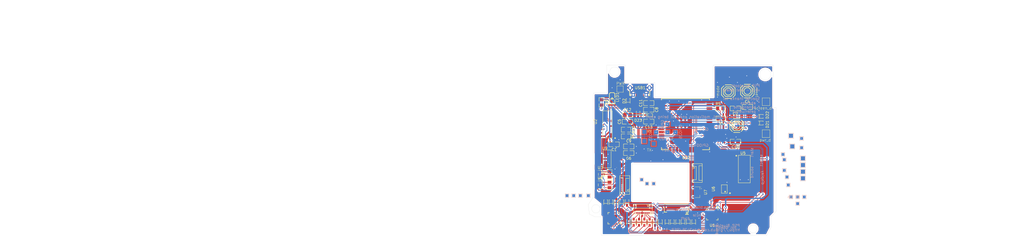
<source format=kicad_pcb>
(kicad_pcb (version 20240108) (generator "pcbnew") (generator_version "8.0")
  (layers (0 "F.Cu" signal) (31 "B.Cu" signal) (34 "B.Paste" user) (35 "F.Paste" user) (36 "B.SilkS" user "B.Silkscreen") (37 "F.SilkS" user "F.Silkscreen") (38 "B.Mask" user) (39 "F.Mask" user) (44 "Edge.Cuts" user))
  (net 0 "")
  (net 1 "/ESP32/ESP_EN")
  (net 2 "GND")
  (net 3 "+3.3V")
  (net 4 "/USB Serial & Power/USBD-")
  (net 5 "/USB Serial & Power/USBD+")
  (net 6 "Net-(D2-K)")
  (net 7 "+5V")
  (net 8 "Net-(D3-A)")
  (net 9 "VBUS")
  (net 10 "Net-(D4-A)")
  (net 11 "Net-(D5-A)")
  (net 12 "Net-(D6-A)")
  (net 13 "Net-(D7-A)")
  (net 14 "Net-(D8-A)")
  (net 15 "Net-(D9-A)")
  (net 16 "Net-(D10-A)")
  (net 17 "Net-(D11-A)")
  (net 18 "Net-(D12-A)")
  (net 19 "PSP_START")
  (net 20 "Net-(D21-A)")
  (net 21 "Net-(D22-A)")
  (net 22 "Net-(D24-A)")
  (net 23 "Net-(LED1-+)")
  (net 24 "/PSP Pins 2K/X_1")
  (net 26 "/PSP Pins 2K/Y_1")
  (net 31 "/PSP Pins 2K/+V")
  (net 33 "RTS_PROG")
  (net 34 "/ESP32/ESP_BOOT")
  (net 36 "Net-(U2-TXD)")
  (net 37 "DTR_PROG")
  (net 38 "UART_TX")
  (net 39 "Net-(U3-B)")
  (net 40 "Net-(U8-B)")
  (net 42 "ESP_I2C_SDA")
  (net 44 "UART_RX")
  (net 45 "Net-(U2-RXD)")
  (net 47 "ESP_I2C_SCL")
  (net 55 "ESP_SPI_CS")
  (net 56 "ESP_SPI_MOSI")
  (net 57 "ESP_SPI_MISO")
  (net 59 "ESP_SPI_SCLK")
  (net 60 "/ESP32/ESPScreenDetect")
  (net 61 "Net-(U12-IO16)")
  (net 62 "Net-(U12-IO4)")
  (net 63 "/ESP32/LEDIndicator")
  (net 64 "Net-(U12-IO27)")
  (net 67 "/ESP32/ESP_MODE")
  (net 71 "Net-(U12-IO26)")
  (net 72 "Net-(U12-IO25)")
  (net 73 "Net-(U12-IO33)")
  (net 78 "Net-(U12-IO32)")
  (net 82 "/ESP32/ESPPowerDetect")
  (net 92 "Net-(D27-A)")
  (net 93 "Net-(D25-A)")
  (net 94 "Net-(D29-A)")
  (net 95 "Net-(D28-A)")
  (net 96 "Net-(D26-A)")
  (net 97 "Net-(D20-A)")
  (net 98 "Net-(D1-A)")
  (net 99 "PSP_SELECT")
  (net 100 "right")
  (net 101 "up")
  (net 102 "left")
  (net 103 "down")
  (net 104 "square")
  (net 105 "r1")
  (net 106 "triangle")
  (net 107 "circle")
  (net 108 "cross")
  (net 109 "power")
  (net 110 "L1")
  (net 111 "sound")
  (net 112 "display")
  (net 113 "volup")
  (net 114 "voldown")
  (net 115 "home")
  (net 116 "/PSP Pins 2K/digi-y")
  (net 117 "/PSP Pins 2K/digi-X")
  (net 118 "Analog_toggle")
  (footprint "JLCPCB_footprint:QFN-20_L4.0-W4.0-P0.50-BL-EP2.7" (layer "F.Cu") (at 112 128.5 90)
    (property "Reference" "U4" (hide yes))
    (property "Value" "MCP23008-E/ML")
  )
  (footprint "JLCPCB_footprint:SOD-323_L1.8-W1.3-LS2.5-RD" (layer "F.Cu") (at 117 122.5 90)
    (property "Reference" "D24" (hide yes))
    (property "Value" "1N5819WS" (hide yes))
  )
  (footprint "JLCPCB_footprint:SOD-323_L1.8-W1.3-LS2.5-RD" (layer "F.Cu") (at 125.5 130 90)
    (property "Reference" "D25" (hide yes))
    (property "Value" "1N5819WS" (hide yes))
  )
  (footprint "JLCPCB_footprint:QFN-20_L4.0-W4.0-P0.50-BL-EP2.7" (layer "F.Cu") (at 149 127 180)
    (property "Reference" "U1")
    (property "Value" "MCP23008-E/ML")
  )
  (footprint "JLCPCB_footprint:C0805" (layer "F.Cu") (at 125.154814 85.209652)
    (property "Reference" "C11")
    (property "Value" "CL21A226MAQNNNE" (hide yes))
  )
  (footprint "JLCPCB_footprint:C0805" (layer "F.Cu") (at 112.154814 100.709652 180)
    (property "Reference" "C1")
    (property "Value" "CL21A226MAQNNNE" (hide yes))
  )
  (footprint "JLCPCB_footprint:SOD-323_L1.8-W1.3-LS2.5-RD" (layer "F.Cu") (at 138 130 90)
    (property "Reference" "D10" (hide yes))
    (property "Value" "1N5819WS" (hide yes))
  )
  (footprint "JLCPCB_footprint:SOD-323_L1.8-W1.3-LS2.5-RD" (layer "F.Cu") (at 121.5 130 90)
    (property "Reference" "D27" (hide yes))
    (property "Value" "1N5819WS" (hide yes))
  )
  (footprint "JLCPCB_footprint:SOD-323_L1.8-W1.3-LS2.5-RD" (layer "F.Cu") (at 127.5 130 90)
    (property "Reference" "D20" (hide yes))
    (property "Value" "1N5819WS" (hide yes))
  )
  (footprint "JLCPCB_footprint:SW-SMD_4P-L5.1-W5.1-P3.70-LS6.5-TL-2" (layer "F.Cu") (at 155.005005 80.909677 90)
    (property "Reference" "MODE1" (hide yes))
    (property "Value" "TS-1187A-B-A-B" (hide yes))
  )
  (footprint "TestPoint:TestPoint_Pad_2.0x2.0mm" (layer "F.Cu") (at 114.419477 79.949682)
    (property "Reference" "TP17" (hide yes))
    (property "Value" "TestPoint" (hide yes))
  )
  (footprint "JLCPCB_footprint:SOD-323_L1.8-W1.3-LS2.5-RD" (layer "F.Cu") (at 111 122.5 90)
    (property "Reference" "D5" (hide yes))
    (property "Value" "1N5819WS" (hide yes))
  )
  (footprint "JLCPCB_footprint:SOD-323_L1.8-W1.3-LS2.5-RD" (layer "F.Cu") (at 167.154814 92.709652)
    (property "Reference" "D21")
    (property "Value" "1N5819WS" (hide yes))
  )
  (footprint "JLCPCB_footprint:SOD-323_L1.8-W1.3-LS2.5-RD" (layer "F.Cu") (at 109 122.5 90)
    (property "Reference" "D6" (hide yes))
    (property "Value" "1N5819WS" (hide yes))
  )
  (footprint "JLCPCB_footprint:C0805" (layer "F.Cu") (at 117.654814 101.5 180)
    (property "Reference" "C9")
    (property "Value" "CL21A106KAYNNNE" (hide yes))
  )
  (footprint "JLCPCB_footprint:SOP-16_L10.0-W3.9-P1.27-LS6.0-BL" (layer "F.Cu") (at 109.654814 93.209652 90)
    (property "Reference" "U2")
    (property "Value" "CH340C_C7464026" (hide yes))
  )
  (footprint "JLCPCB_footprint:FPC-SMD_5034801000" (layer "F.Cu") (at 143.5 111.5 -90)
    (property "Reference" "Analog1" (hide yes))
    (property "Value" "5034801000")
  )
  (footprint "JLCPCB_footprint:SOT-23-3_L2.9-W1.3-P1.90-LS2.4-BR" (layer "F.Cu") (at 106.949962 115.949962 180)
    (property "Reference" "U8")
    (property "Value" "SS8050_C2150" (hide yes))
  )
  (footprint "JLCPCB_footprint:R0805" (layer "F.Cu") (at 152 87.209652)
    (property "Reference" "R5")
    (property "Value" "0805W8F4701T5E")
  )
  (footprint "TestPoint:TestPoint_Pad_2.5x2.5mm" (layer "F.Cu") (at 169.154814 96.709652)
    (property "Reference" "TP5" (hide yes))
    (property "Value" "TestPoint" (hide yes))
  )
  (footprint "JLCPCB_footprint:C0805" (layer "F.Cu") (at 117.154814 89.709652 180)
    (property "Reference" "C12")
    (property "Value" "CC0805KRX7R9BB104" (hide yes))
  )
  (footprint "JLCPCB_footprint:SOD-323_L1.8-W1.3-LS2.5-RD" (layer "F.Cu") (at 117.419477 84.449682 90)
    (property "Reference" "D2")
    (property "Value" "1N5819WS" (hide yes))
  )
  (footprint "JLCPCB_footprint:C0805" (layer "F.Cu") (at 125.154814 87.709652)
    (property "Reference" "C8")
    (property "Value" "CC0805KRX7R9BB104" (hide yes))
  )
  (footprint "JLCPCB_footprint:FPC-SMD_5034801000" (layer "F.Cu") (at 116 116 90)
    (property "Reference" "Left1" (hide yes))
    (property "Value" "5034801000")
  )
  (footprint "JLCPCB_footprint:WIFI-SMD_ESP32-WROOM-32E" (layer "F.Cu") (at 138.91935 93.712192 -90)
    (property "Reference" "U12")
    (property "Value" "ESP32-WROOM-32E(4MB)" (hide yes))
  )
  (footprint "JLCPCB_footprint:SOD-323_L1.8-W1.3-LS2.5-RD" (layer "F.Cu") (at 117.5 130 90)
    (property "Reference" "D29" (hide yes))
    (property "Value" "1N5819WS" (hide yes))
  )
  (footprint "JLCPCB_footprint:SOD-323_L1.8-W1.3-LS2.5-RD" (layer "F.Cu") (at 140 130 90)
    (property "Reference" "D11" (hide yes))
    (property "Value" "1N5819WS" (hide yes))
  )
  (footprint "JLCPCB_footprint:MICRO-USB-SMD_MICROXNJ" (layer "F.Cu") (at 121.794636 81.045999 180)
    (property "Reference" "USB1")
    (property "Value" "MICROXNJ" (hide yes))
  )
  (footprint "JLCPCB_footprint:R0805" (layer "F.Cu") (at 152.154814 91)
    (property "Reference" "R4")
    (property "Value" "0805W8F4701T5E")
  )
  (footprint "JLCPCB_footprint:SW-SMD_4P-L5.1-W5.1-P3.70-LS6.5-TL-2" (layer "F.Cu") (at 158.154814 93.709652 90)
    (property "Reference" "BOOT1" (hide yes))
    (property "Value" "TS-1187A-B-A-B" (hide yes))
  )
  (footprint "JLCPCB_footprint:C0805" (layer "F.Cu") (at 162.154814 86.709652 180)
    (property "Reference" "C4")
    (property "Value" "CC0805KRX7R9BB104" (hide yes))
  )
  (footprint "JLCPCB_footprint:R0402" (layer "F.Cu") (at 125.654814 89.709652 180)
    (property "Reference" "R7")
    (property "Value" "0402WGF1002TCE" (hide yes))
  )
  (footprint "JLCPCB_footprint:R0805" (layer "F.Cu") (at 116.654814 97.709652 180)
    (property "Reference" "R1")
    (property "Value" "0805W8F1001T5E" (hide yes))
  )
  (footprint "JLCPCB_footprint:R0805" (layer "F.Cu") (at 107.419477 84.949682 -90)
    (property "Reference" "R9")
    (property "Value" "0805W8F3301T5E" (hide yes))
  )
  (footprint "JLCPCB_footprint:FPC-SMD_4P-P0.50_C9900013912" (layer "F.Cu") (at 143.247523 118.725044 -90)
    (property "Reference" "U7")
    (property "Value" "IPFP051A30472R5")
  )
  (footprint "JLCPCB_footprint:SW-SMD_4P-L5.1-W5.1-P3.70-LS6.5-TL-2" (layer "F.Cu") (at 162.154814 80.709652 -90)
    (property "Reference" "RESET1" (hide yes))
    (property "Value" "TS-1187A-B-A-B" (hide yes))
  )
  (footprint "JLCPCB_footprint:R0805" (layer "F.Cu") (at 110.449962 112 90)
    (property "Reference" "R2")
    (property "Value" "0805W8F1002T5E" (hide yes))
  )
  (footprint "JLCPCB_footprint:SOD-323_L1.8-W1.3-LS2.5-RD" (layer "F.Cu") (at 136 130 90)
    (property "Reference" "D9" (hide yes))
    (property "Value" "1N5819WS" (hide yes))
  )
  (footprint "JLCPCB_footprint:SOD-323_L1.8-W1.3-LS2.5-RD" (layer "F.Cu") (at 115 122.5 90)
    (property "Reference" "D3" (hide yes))
    (property "Value" "1N5819WS" (hide yes))
  )
  (footprint "TestPoint:TestPoint_Pad_2.5x2.5mm" (layer "F.Cu") (at 169.154814 84.709652)
    (property "Reference" "TP6" (hide yes))
    (property "Value" "TestPoint" (hide yes))
  )
  (footprint "JLCPCB_footprint:SOD-323_L1.8-W1.3-LS2.5-RD" (layer "F.Cu") (at 123.5 130 90)
    (property "Reference" "D26" (hide yes))
    (property "Value" "1N5819WS" (hide yes))
  )
  (footprint "JLCPCB_footprint:SOD-323_L1.8-W1.3-LS2.5-RD" (layer "F.Cu") (at 129.5 130 90)
    (property "Reference" "D1" (hide yes))
    (property "Value" "1N5819WS" (hide yes))
  )
  (footprint "JLCPCB_footprint:R0805" (layer "F.Cu") (at 110.449962 116 90)
    (property "Reference" "R3" (hide yes))
    (property "Value" "0805W8F1002T5E" (hide yes))
  )
  (footprint "JLCPCB_footprint:SOD-323_L1.8-W1.3-LS2.5-RD" (layer "F.Cu") (at 134 130 90)
    (property "Reference" "D8" (hide yes))
    (property "Value" "1N5819WS" (hide yes))
  )
  (footprint "JLCPCB_footprint:CONN-SMD_14P-P0.50_L3.1-W9.0" (layer "F.Cu") (at 135.5 125 180)
    (property "Reference" "Right1" (hide yes))
    (property "Value" "AFC42-S14FMA-1H")
  )
  (footprint "JLCPCB_footprint:SOD-323_L1.8-W1.3-LS2.5-RD" (layer "F.Cu") (at 113 122.5 90)
    (property "Reference" "D4" (hide yes))
    (property "Value" "1N5819WS" (hide yes))
  )
  (footprint "JLCPCB_footprint:SOIC-14_L10.0-W5.5-P1.27-LS7.8-BL" (layer "F.Cu") (at 161 110 -90)
    (property "Reference" "U5")
    (property "Value" "MCP42010T-I/SL" (hide yes))
  )
  (footprint "JLCPCB_footprint:C0805" (layer "F.Cu") (at 125.154814 92.209652 180)
    (property "Reference" "C13")
    (property "Value" "CL21A106KAYNNNE" (hide yes))
  )
  (footprint "JLCPCB_footprint:C0805" (layer "F.Cu") (at 157.654814 87.209652)
    (property "Reference" "C2")
    (property "Value" "CC0805KRX7R9BB104" (hide yes))
  )
  (footprint "JLCPCB_footprint:C0805" (layer "F.Cu") (at 117.654814 104 180)
    (property "Reference" "C6")
    (property "Value" "CL21A106KAYNNNE" (hide yes))
  )
  (footprint "JLCPCB_footprint:SOD-323_L1.8-W1.3-LS2.5-RD" (layer "F.Cu") (at 167.154814 90.209652)
    (property "Reference" "D22")
    (property "Value" "1N5819WS" (hide yes))
  )
  (footprint "JLCPCB_footprint:C0805" (layer "F.Cu") (at 157.654814 99.709652)
    (property "Reference" "C10")
    (property "Value" "CC0805KRX7R9BB104" (hide yes))
  )
  (footprint "JLCPCB_footprint:MSOP-10_L3.0-W3.0-P0.50-LS5.0-BL" (layer "F.Cu") (at 153.5 117.5 90)
    (property "Reference" "U6")
    (property "Value" "TS5A23157DGSR")
  )
  (footprint "JLCPCB_footprint:LED0805-R-RD" (layer "F.Cu") (at 111.419477 83.499974 -90)
    (property "Reference" "LED1")
    (property "Value" "FC-2012HRK-620D" (hide yes))
  )
  (footprint "JLCPCB_footprint:SOD-323_L1.8-W1.3-LS2.5-RD" (layer "F.Cu") (at 121.154814 89.209652 90)
    (property "Reference" "D23")
    (property "Value" "1N5819WS" (hide yes))
  )
  (footprint "JLCPCB_footprint:SOD-323_L1.8-W1.3-LS2.5-RD" (layer "F.Cu") (at 119.5 130 90)
    (property "Reference" "D28" (hide yes))
    (property "Value" "1N5819WS" (hide yes))
  )
  (footprint "JLCPCB_footprint:R0805" (layer "F.Cu") (at 116.654814 95.209652 180)
    (property "Reference" "R10")
    (property "Value" "0805W8F1001T5E" (hide yes))
  )
  (footprint "JLCPCB_footprint:C0805" (layer "F.Cu") (at 117.154814 92.209652 180)
    (property "Reference" "C5")
    (property "Value" "CL21B105KBFNNNE" (hide yes))
  )
  (footprint "JLCPCB_footprint:SOT-23-3_L2.9-W1.3-P1.90-LS2.4-BR" (layer "F.Cu") (at 107 112 180)
    (property "Reference" "U3")
    (property "Value" "SS8050_C2150" (hide yes))
  )
  (footprint "JLCPCB_footprint:SOD-323_L1.8-W1.3-LS2.5-RD" (layer "F.Cu") (at 132 130 90)
    (property "Reference" "D7" (hide yes))
    (property "Value" "1N5819WS" (hide yes))
  )
  (footprint "JLCPCB_footprint:SOT-223-3_L6.5-W3.4-P2.30-LS7.0-BR" (layer "F.Cu") (at 109.654814 106.209652)
    (property "Reference" "U9")
    (property "Value" "AMS1117-3_3" (hide yes))
  )
  (footprint "JLCPCB_footprint:FPC-SMD_5034801000" (layer "F.Cu") (at 122.950089 125.250064 180)
    (property "Reference" "Center1" (hide yes))
    (property "Value" "5034801000")
  )
  (footprint "JLCPCB_footprint:SOD-323_L1.8-W1.3-LS2.5-RD" (layer "F.Cu") (at 142 130 90)
    (property "Reference" "D12" (hide yes))
    (property "Value" "1N5819WS" (hide yes))
  )
  (footprint "TestPoint:TestPoint_Pad_1.0x1.0mm" (layer "B.Cu") (at 176 110.5 180)
    (property "Reference" "TP31" (hide yes))
    (property "Value" "TestPoint" (hide yes))
  )
  (footprint "TestPoint:TestPoint_Pad_1.0x1.0mm" (layer "B.Cu") (at 97 120 180)
    (property "Reference" "TP21" (hide yes))
    (property "Value" "TestPoint" (hide yes))
  )
  (footprint "TestPoint:TestPoint_Pad_1.0x1.0mm" (layer "B.Cu") (at 178.5 120.5 180)
    (property "Reference" "TP23" (hide yes))
    (property "Value" "TestPoint" (hide yes))
  )
  (footprint "TestPoint:TestPoint_Pad_1.0x1.0mm" (layer "B.Cu") (at 181 123 180)
    (property "Reference" "TP25" (hide yes))
    (property "Value" "TestPoint" (hide yes))
  )
  (footprint "TestPoint:TestPoint_Pad_1.0x1.0mm" (layer "B.Cu") (at 175.5 104.5 180)
    (property "Reference" "TP29" (hide yes))
    (property "Value" "TestPoint" (hide yes))
  )
  (footprint "TestPoint:TestPoint_Pad_1.5x1.5mm" (layer "B.Cu") (at 183 108.5 180)
    (property "Reference" "TP2" (hide yes))
    (property "Value" "TestPoint" (hide yes))
  )
  (footprint "TestPoint:TestPoint_Pad_1.0x1.0mm" (layer "B.Cu") (at 183.5 120.5 180)
    (property "Reference" "TP22" (hide yes))
    (property "Value" "TestPoint" (hide yes))
  )
  (footprint "TestPoint:TestPoint_Pad_1.5x1.5mm" (layer "B.Cu") (at 132.154814 96.209652 180)
    (property "Reference" "TP14" (hide yes))
    (property "Value" "TestPoint" (hide yes))
  )
  (footprint "TestPoint:TestPoint_Pad_1.0x1.0mm" (layer "B.Cu") (at 99.5 120 180)
    (property "Reference" "TP18" (hide yes))
    (property "Value" "TestPoint" (hide yes))
  )
  (footprint "TestPoint:TestPoint_Pad_1.0x1.0mm" (layer "B.Cu") (at 124.5 115.5 180)
    (property "Reference" "TP26" (hide yes))
    (property "Value" "TestPoint" (hide yes))
  )
  (footprint "TestPoint:TestPoint_Pad_1.5x1.5mm" (layer "B.Cu") (at 183 113.5 180)
    (property "Reference" "TP4" (hide yes))
    (property "Value" "TestPoint" (hide yes))
  )
  (footprint "TestPoint:TestPoint_Pad_1.0x1.0mm" (layer "B.Cu") (at 181 120.5 180)
    (property "Reference" "TP27" (hide yes))
    (property "Value" "TestPoint" (hide yes))
  )
  (footprint "TestPoint:TestPoint_Pad_1.5x1.5mm" (layer "B.Cu") (at 178.5 97.5 180)
    (property "Reference" "TP10" (hide yes))
    (property "Value" "TestPoint" (hide yes))
  )
  (footprint "TestPoint:TestPoint_Pad_1.0x1.0mm" (layer "B.Cu") (at 177 113 180)
    (property "Reference" "TP34" (hide yes))
    (property "Value" "TestPoint" (hide yes))
  )
  (footprint "TestPoint:TestPoint_Pad_1.0x1.0mm" (layer "B.Cu") (at 127 115.5 180)
    (property "Reference" "TP24" (hide yes))
    (property "Value" "TestPoint" (hide yes))
  )
  (footprint "TestPoint:TestPoint_Pad_1.0x1.0mm" (layer "B.Cu") (at 94.5 120 180)
    (property "Reference" "TP19" (hide yes))
    (property "Value" "TestPoint" (hide yes))
  )
  (footprint "TestPoint:TestPoint_Pad_1.0x1.0mm" (layer "B.Cu") (at 182.5 98.5 180)
    (property "Reference" "TP28" (hide yes))
    (property "Value" "TestPoint" (hide yes))
  )
  (footprint "TestPoint:TestPoint_Pad_1.5x1.5mm" (layer "B.Cu") (at 127.919477 96.209652 180)
    (property "Reference" "TP15" (hide yes))
    (property "Value" "TestPoint" (hide yes))
  )
  (footprint "TestPoint:TestPoint_Pad_1.0x1.0mm" (layer "B.Cu") (at 182.5 102 180)
    (property "Reference" "TP33" (hide yes))
    (property "Value" "TestPoint" (hide yes))
  )
  (footprint "TestPoint:TestPoint_Pad_1.0x1.0mm" (layer "B.Cu") (at 176 106.5 180)
    (property "Reference" "TP30" (hide yes))
    (property "Value" "TestPoint" (hide yes))
  )
  (footprint "TestPoint:TestPoint_Pad_1.0x1.0mm" (layer "B.Cu") (at 102.5 120 180)
    (property "Reference" "TP20" (hide yes))
    (property "Value" "TestPoint" (hide yes))
  )
  (footprint "TestPoint:TestPoint_Pad_1.5x1.5mm" (layer "B.Cu") (at 135.154814 96.209652 180)
    (property "Reference" "TP13" (hide yes))
    (property "Value" "TestPoint" (hide yes))
  )
  (footprint "TestPoint:TestPoint_Pad_1.5x1.5mm" (layer "B.Cu") (at 123.5 96 180)
    (property "Reference" "TP36" (hide yes))
    (property "Value" "TestPoint" (hide yes))
  )
  (footprint "TestPoint:TestPoint_Pad_1.5x1.5mm" (layer "B.Cu") (at 127 100.5 180)
    (property "Reference" "TP12" (hide yes))
    (property "Value" "TestPoint" (hide yes))
  )
  (footprint "TestPoint:TestPoint_Pad_1.0x1.0mm" (layer "B.Cu") (at 177.5 116 180)
    (property "Reference" "TP32" (hide yes))
    (property "Value" "TestPoint" (hide yes))
  )
  (footprint "TestPoint:TestPoint_Pad_1.5x1.5mm" (layer "B.Cu") (at 179 101.5 180)
    (property "Reference" "TP11" (hide yes))
    (property "Value" "TestPoint" (hide yes))
  )
  (footprint "TestPoint:TestPoint_Pad_1.5x1.5mm" (layer "B.Cu") (at 183 111 180)
    (property "Reference" "TP1" (hide yes))
    (property "Value" "TestPoint" (hide yes))
  )
  (footprint "TestPoint:TestPoint_Pad_1.5x1.5mm" (layer "B.Cu") (at 132.154814 93.209652 180)
    (property "Reference" "TP16" (hide yes))
    (property "Value" "TestPoint" (hide yes))
  )
  (footprint "TestPoint:TestPoint_Pad_1.5x1.5mm" (layer "B.Cu") (at 183 106 180)
    (property "Reference" "TP3" (hide yes))
    (property "Value" "TestPoint" (hide yes))
  )
  (footprint "TestPoint:TestPoint_Pad_1.5x1.5mm" (layer "B.Cu") (at 123.5 99.5 180)
    (property "Reference" "TP35" (hide yes))
    (property "Value" "TestPoint" (hide yes))
  )
  (footprint "TestPoint:TestPoint_Pad_1.0x1.0mm" (layer "B.Cu") (at 122.5 114 180)
    (property "Reference" "TP9" (hide yes))
    (property "Value" "TestPoint" (hide yes))
  )
  (gr_line (start 172.919477 125.949682) (end 170.919477 127.949682) (stroke (width 0.05)) (layer "Edge.Cuts"))
  (gr_line (start 104.419477 81.449682) (end 109.419477 81.449682) (stroke (width 0.05)) (layer "Edge.Cuts"))
  (gr_line (start 140 121.949682) (end 119 121.949682) (stroke (width 0.05)) (layer "Edge.Cuts"))
  (gr_line (start 149.419477 82.949682) (end 149.419477 70.949682) (stroke (width 0.05)) (layer "Edge.Cuts"))
  (gr_line (start 171.919477 86.949682) (end 172.919477 86.949682) (stroke (width 0.05)) (layer "Edge.Cuts"))
  (gr_line (start 170.919477 131.949682) (end 169.419477 134.949682) (stroke (width 0.05)) (layer "Edge.Cuts"))
  (gr_line (start 127.419477 82.949682) (end 149.419477 82.949682) (stroke (width 0.05)) (layer "Edge.Cuts"))
  (gr_line (start 140 108) (end 140 121.949682) (stroke (width 0.05)) (layer "Edge.Cuts"))
  (gr_line (start 107.419477 127.949682) (end 104.919477 127.949682) (stroke (width 0.05)) (layer "Edge.Cuts"))
  (gr_line (start 172.919477 86.949682) (end 172.919477 125.949682) (stroke (width 0.05)) (layer "Edge.Cuts"))
  (gr_line (start 119 108) (end 140 108) (stroke (width 0.05)) (layer "Edge.Cuts"))
  (gr_circle (center 168.833143 74.449682) (end 167.333143 75.949682) (stroke (width 0.05)) (fill none) (layer "Edge.Cuts"))
  (gr_line (start 149.419477 70.949682) (end 171.919477 70.949682) (stroke (width 0.05)) (layer "Edge.Cuts"))
  (gr_line (start 171.919477 70.949682) (end 171.919477 86.949682) (stroke (width 0.05)) (layer "Edge.Cuts"))
  (gr_circle (center 112.333143 73.449682) (end 113.833143 72.449682) (stroke (width 0.05)) (fill none) (layer "Edge.Cuts"))
  (gr_line (start 102.419477 123.449682) (end 104.419477 120.449682) (stroke (width 0.05)) (layer "Edge.Cuts"))
  (gr_line (start 119 121.949682) (end 119 108) (stroke (width 0.05)) (layer "Edge.Cuts"))
  (gr_line (start 127.419477 77.449682) (end 127.419477 82.949682) (stroke (width 0.05)) (layer "Edge.Cuts"))
  (gr_line (start 169.419477 134.949682) (end 107.419477 134.949682) (stroke (width 0.05)) (layer "Edge.Cuts"))
  (gr_line (start 109.419477 70.949682) (end 116.419477 70.949682) (stroke (width 0.05)) (layer "Edge.Cuts"))
  (gr_line (start 170.919477 127.949682) (end 170.919477 131.949682) (stroke (width 0.05)) (layer "Edge.Cuts"))
  (gr_line (start 102.919477 126.949682) (end 102.419477 123.449682) (stroke (width 0.05)) (layer "Edge.Cuts"))
  (gr_circle (center 105.333143 124.949682) (end 105.833143 123.449682) (stroke (width 0.05)) (fill none) (layer "Edge.Cuts"))
  (gr_line (start 109.419477 81.449682) (end 109.419477 70.949682) (stroke (width 0.05)) (layer "Edge.Cuts"))
  (gr_line (start 104.919477 127.949682) (end 102.919477 126.949682) (stroke (width 0.05)) (layer "Edge.Cuts"))
  (gr_circle (center 164.333143 132.449682) (end 163.833143 130.949682) (stroke (width 0.05)) (fill none) (layer "Edge.Cuts"))
  (gr_line (start 104.419477 120.449682) (end 104.419477 81.449682) (stroke (width 0.05)) (layer "Edge.Cuts"))
  (gr_line (start 116.419477 77.449682) (end 127.419477 77.449682) (stroke (width 0.05)) (layer "Edge.Cuts"))
  (gr_line (start 107.419477 134.949682) (end 107.419477 127.949682) (stroke (width 0.05)) (layer "Edge.Cuts"))
  (gr_line (start 116.419477 70.949682) (end 116.419477 77.449682) (stroke (width 0.05)) (layer "Edge.Cuts"))
  (gr_text "triangle" (at 145.419477 124.949682 0) (layer "B.SilkS") (effects (font (size 1 1) (thickness 0.1)) (justify left bottom mirror)))
  (gr_text "start" (at 164.419477 101.949682 90) (layer "B.SilkS") (effects (font (size 1 1) (thickness 0.1)) (justify left bottom mirror)))
  (gr_text "ddown" (at 140.169541 125.699618 0) (layer "B.SilkS") (effects (font (size 1 1) (thickness 0.1)) (justify left bottom mirror)))
  (gr_text "GPIO04" (at 147.654814 101.709652 0) (layer "B.SilkS") (effects (font (size 1 1) (thickness 0.1)) (justify left bottom mirror)))
  (gr_text "vol up" (at 177.080523 120.050318 180) (layer "B.SilkS") (effects (font (size 1 1) (thickness 0.1)) (justify left bottom mirror)))
  (gr_text "power" (at 150.310288 134.68414 -90) (layer "B.SilkS") (effects (font (size 1 1) (thickness 0.1)) (justify left bottom mirror)))
  (gr_text "display" (at 167.419477 115.949682 -90) (layer "B.SilkS") (effects (font (size 1 1) (thickness 0.1)) (justify left bottom mirror)))
  (gr_text "cross" (at 149.919477 124.949682 0) (layer "B.SilkS") (effects (font (size 1 1) (thickness 0.1)) (justify left bottom mirror)))
  (gr_text "GPIO33" (at 126.419477 93.949682 90) (layer "B.SilkS") (effects (font (size 1 1) (thickness 0.1)) (justify left bottom mirror)))
  (gr_text "PSP Bluetooth \nv0.1 - Test Board\n\nSpecial thanks to:\n* abastos\n* benergylive\n* peterlustig1" (at 166.919477 88.949682 0) (layer "B.SilkS") (effects (font (size 1 1) (thickness 0.1)) (justify left bottom mirror)))
  (gr_text "GPIO26" (at 137.654814 93.209652 90) (layer "B.SilkS") (effects (font (size 1 1) (thickness 0.1)) (justify left bottom mirror)))
  (gr_text "Thanks for the support, motivation and just being cool!" (at 166.919477 90.949682 0) (layer "B.SilkS") (effects (font (size 1 1) (thickness 0.1)) (justify left bottom mirror)))
  (gr_text "GPIO25" (at 128.919477 97.949682 180) (layer "B.SilkS") (effects (font (size 1 1) (thickness 0.1)) (justify left bottom mirror)))
  (gr_text "GPIO27" (at 135.419477 103.449682 0) (layer "B.SilkS") (effects (font (size 1 1) (thickness 0.1)) (justify left bottom mirror)))
  (gr_text "vol down" (at 158 132.5 0) (layer "B.SilkS") (effects (font (size 1 1) (thickness 0.1)) (justify left bottom mirror)))
  (gr_text "circle" (at 145.919477 127.949682 0) (layer "B.SilkS") (effects (font (size 1 1) (thickness 0.1)) (justify left bottom mirror)))
  (gr_text "dleft" (at 140.669541 129.199618 0) (layer "B.SilkS") (effects (font (size 1 1) (thickness 0.1)) (justify left bottom mirror)))
  (gr_text "select" (at 167.919477 104.449682 90) (layer "B.SilkS") (effects (font (size 1 1) (thickness 0.1)) (justify left bottom mirror)))
  (gr_text "sound" (at 164.419477 108.949682 90) (layer "B.SilkS") (effects (font (size 1 1) (thickness 0.1)) (justify left bottom mirror)))
  (gr_text "PSP Bluetooth\nhttps://github.com/ste2425/PSP-Bluetooth/" (at 159.419477 133.449682 0) (layer "B.SilkS") (effects (font (size 1 1) (thickness 0.1)) (justify left bottom mirror)))
  (gr_text "GPIO32" (at 130.919477 91.449682 90) (layer "B.SilkS") (effects (font (size 1 1) (thickness 0.1)) (justify left bottom mirror)))
  (gr_text "GPIO16" (at 147.654814 95.709652 0) (layer "B.SilkS") (effects (font (size 1 1) (thickness 0.1)) (justify left bottom mirror)))
  (gr_text "TX" (at 124.419477 103.449682 -0) (layer "F.SilkS") (effects (font (size 1 1) (thickness 0.1)) (justify left bottom)))
  (gr_text "mode" (at 151.654814 82.709652 90) (layer "F.SilkS") (effects (font (size 1 1) (thickness 0.1)) (justify left bottom)))
  (gr_text "RX" (at 124.419477 96.449682 -0) (layer "F.SilkS") (effects (font (size 1 1) (thickness 0.1)) (justify left bottom)))
  (gr_text "reset" (at 165.154814 79.209652 -90) (layer "F.SilkS") (effects (font (size 1 1) (thickness 0.1)) (justify left bottom)))
  (gr_text "PWR" (at 112.919477 78.449682 0) (layer "F.SilkS") (effects (font (size 1 1) (thickness 0.1)) (justify left bottom)))
  (gr_text "pwr_d" (at 166.654814 99.709652 0) (layer "F.SilkS") (effects (font (size 1 1) (thickness 0.1)) (justify left bottom)))
  (gr_text "screen_d" (at 164.654814 87.709652 0) (layer "F.SilkS") (effects (font (size 1 1) (thickness 0.1)) (justify left bottom)))
  (segment (start 126.654814 89.709652) (end 128.154814 88.209652) (width 0.2) (layer "F.Cu") (net 1))
  (segment (start 160.304623 83.359461) (end 160.304598 83.359436) (width 0.2) (layer "F.Cu") (net 1))
  (segment (start 129.919223 87.249657) (end 128.614809 87.249657) (width 0.2) (layer "F.Cu") (net 1))
  (segment (start 108 112) (end 113.321178 112) (width 0.28) (layer "F.Cu") (net 1))
  (segment (start 113.321178 112) (end 119.821178 105.5) (width 0.28) (layer "F.Cu") (net 1))
  (segment (start 119.821178 105.5) (end 120.5 105.5) (width 0.28) (layer "F.Cu") (net 1))
  (segment (start 128.154814 87.709652) (end 128.154814 88.209652) (width 0.2) (layer "F.Cu") (net 1))
  (segment (start 128.614809 87.249657) (end 128.154814 87.709652) (width 0.2) (layer "F.Cu") (net 1))
  (segment (start 160.304598 83.359436) (end 160.304598 77.409677) (width 0.2) (layer "F.Cu") (net 1))
  (segment (start 160.304623 85.859461) (end 160.304623 84.009627) (width 0.2) (layer "F.Cu") (net 1))
  (segment (start 161.154814 86.709652) (end 160.304623 85.859461) (width 0.2) (layer "F.Cu") (net 1))
  (segment (start 120.5 105.5) (end 121.744814 104.255186) (width 0.28) (layer "F.Cu") (net 1))
  (segment (start 126.087631 90.276835) (end 126.087631 89.709652) (width 0.2) (layer "F.Cu") (net 1))
  (segment (start 121.744814 94.619652) (end 124.154814 92.209652) (width 0.28) (layer "F.Cu") (net 1))
  (segment (start 161.154814 86.709652) (end 161.154814 94.209652) (width 0.2) (layer "F.Cu") (net 1))
  (segment (start 132.114809 87.249657) (end 129.919223 87.249657) (width 0.2) (layer "F.Cu") (net 1))
  (segment (start 126.087631 89.709652) (end 126.654814 89.709652) (width 0.2) (layer "F.Cu") (net 1))
  (segment (start 124.154814 92.209652) (end 126.087631 90.276835) (width 0.2) (layer "F.Cu") (net 1))
  (segment (start 160.304623 84.009627) (end 160.304623 83.359461) (width 0.2) (layer "F.Cu") (net 1))
  (segment (start 121.744814 104.255186) (end 121.744814 94.619652) (width 0.28) (layer "F.Cu") (net 1))
  (segment (start 161.154814 94.209652) (end 161.654814 94.709652) (width 0.2) (layer "F.Cu") (net 1))
  (segment (start 132.154814 87.209652) (end 132.114809 87.249657) (width 0.2) (layer "F.Cu") (net 1))
  (via (at 132.154814 87.209652) (size 0.6) (drill 0.3) (layers "F.Cu" "B.Cu") (net 1))
  (via (at 161.654814 94.709652) (size 0.6) (drill 0.3) (layers "F.Cu" "B.Cu") (net 1))
  (segment (start 161.654814 94.709652) (end 157.654814 94.709652) (width 0.2) (layer "B.Cu") (net 1))
  (segment (start 157.654814 94.709652) (end 150.154814 87.209652) (width 0.2) (layer "B.Cu") (net 1))
  (segment (start 150.154814 87.209652) (end 132.154814 87.209652) (width 0.2) (layer "B.Cu") (net 1))
  (segment (start 155.609982 117.5) (end 157.5 117.5) (width 0.28) (layer "F.Cu") (net 2))
  (segment (start 152.000127 127.500127) (end 152.75 128.25) (width 0.28) (layer "F.Cu") (net 2))
  (segment (start 150 125) (end 149 125) (width 0.28) (layer "F.Cu") (net 2))
  (segment (start 118.654814 103.709652) (end 119.154814 103.709652) (width 0.28) (layer "F.Cu") (net 2))
  (segment (start 111.499873 130.5) (end 111.499873 131.400127) (width 0.28) (layer "F.Cu") (net 2))
  (segment (start 151 127.500127) (end 152.000127 127.500127) (width 0.28) (layer "F.Cu") (net 2))
  (segment (start 111.499873 131.400127) (end 111 131.9) (width 0.28) (layer "F.Cu") (net 2))
  (segment (start 123.199644 126.500128) (end 122.199644 126.500128) (width 0.2) (layer "F.Cu") (net 2))
  (segment (start 134.750064 126.250064) (end 136.249936 126.250064) (width 0.28) (layer "F.Cu") (net 2))
  (segment (start 114 128.999873) (end 114 129.5) (width 0.28) (layer "F.Cu") (net 2))
  (segment (start 156.654814 99.709652) (end 156.654814 97.359818) (width 0.28) (layer "F.Cu") (net 2))
  (segment (start 120.494661 82.642468) (end 120.494661 81.024866) (width 0.28) (layer "F.Cu") (net 2))
  (segment (start 156.654814 97.359818) (end 156.304623 97.009627) (width 0.28) (layer "F.Cu") (net 2))
  (segment (start 124.154814 85.209652) (end 124.154814 87.709652) (width 0.5) (layer "F.Cu") (net 2))
  (segment (start 120.494661 81.024866) (end 120.419477 80.949682) (width 0.28) (layer "F.Cu") (net 2))
  (segment (start 114.749936 113.749936) (end 114.749936 115.749428) (width 0.28) (layer "F.Cu") (net 2))
  (segment (start 120.494661 82.642468) (end 120.494661 83.374498) (width 0.28) (layer "F.Cu") (net 2))
  (segment (start 120.494661 83.374498) (end 119.419477 84.449682) (width 0.28) (layer "F.Cu") (net 2))
  (via (at 113 102) (size 0.6) (drill 0.3) (layers "F.Cu" "B.Cu") (net 2))
  (via (at 112.5 110) (size 0.6) (drill 0.3) (layers "F.Cu" "B.Cu") (net 2))
  (via (at 117.5 106) (size 0.6) (drill 0.3) (layers "F.Cu" "B.Cu") (net 2))
  (via (at 144 128.5) (size 0.6) (drill 0.3) (layers "F.Cu" "B.Cu") (net 2))
  (via (at 125.919477 106.949682) (size 0.6) (drill 0.3) (layers "F.Cu" "B.Cu") (net 2))
  (via (at 134.419477 91.949682) (size 0.6) (drill 0.3) (layers "F.Cu" "B.Cu") (net 2))
  (via (at 127.919477 93.449682) (size 0.6) (drill 0.3) (layers "F.Cu" "B.Cu") (net 2))
  (via (at 143.5 126.5) (size 0.6) (drill 0.3) (layers "F.Cu" "B.Cu") (net 2))
  (via (at 120.5 104) (size 0.6) (drill 0.3) (layers "F.Cu" "B.Cu") (net 2))
  (via (at 131 132.5) (size 0.6) (drill 0.3) (layers "F.Cu" "B.Cu") (net 2))
  (via (at 139.419477 89.449682) (size 0.6) (drill 0.3) (layers "F.Cu" "B.Cu") (net 2))
  (via (at 132.919477 84.449682) (size 0.6) (drill 0.3) (layers "F.Cu" "B.Cu") (net 2))
  (via (at 150.919477 77.449682) (size 0.6) (drill 0.3) (layers "F.Cu" "B.Cu") (net 2))
  (via (at 113.919477 98.949682) (size 0.6) (drill 0.3) (layers "F.Cu" "B.Cu") (net 2))
  (via (at 130.5 106.5) (size 0.6) (drill 0.3) (layers "F.Cu" "B.Cu") (net 2))
  (via (at 137.419477 89.449682) (size 0.6) (drill 0.3) (layers "F.Cu" "B.Cu") (net 2))
  (via (at 114.419477 76.449682) (size 0.6) (drill 0.3) (layers "F.Cu" "B.Cu") (net 2))
  (via (at 165.919477 77.949682) (size 0.6) (drill 0.3) (layers "F.Cu" "B.Cu") (net 2))
  (via (at 150.919477 82.949682) (size 0.6) (drill 0.3) (layers "F.Cu" "B.Cu") (net 2))
  (via (at 154.419477 98.449682) (size 0.6) (drill 0.3) (layers "F.Cu" "B.Cu") (net 2))
  (via (at 122.419477 91.449682) (size 0.6) (drill 0.3) (layers "F.Cu" "B.Cu") (net 2))
  (via (at 126.5 103) (size 0.6) (drill 0.3) (layers "F.Cu" "B.Cu") (net 2))
  (via (at 114.419477 83.449682) (size 0.6) (drill 0.3) (layers "F.Cu" "B.Cu") (net 2))
  (via (at 127.419477 90.449682) (size 0.6) (drill 0.3) (layers "F.Cu" "B.Cu") (net 2))
  (via (at 109.919477 107.949682) (size 0.6) (drill 0.3) (layers "F.Cu" "B.Cu") (net 2))
  (via (at 155.419477 75.449682) (size 0.6) (drill 0.3) (layers "F.Cu" "B.Cu") (net 2))
  (via (at 111 131.9) (size 0.6) (drill 0.3) (layers "F.Cu" "B.Cu") (net 2))
  (via (at 165.919477 84.449682) (size 0.6) (drill 0.3) (layers "F.Cu" "B.Cu") (net 2))
  (via (at 109.919477 104.449682) (size 0.6) (drill 0.3) (layers "F.Cu" "B.Cu") (net 2))
  (via (at 111.419477 79.449682) (size 0.6) (drill 0.3) (layers "F.Cu" "B.Cu") (net 2))
  (via (at 127.419477 98.949682) (size 0.6) (drill 0.3) (layers "F.Cu" "B.Cu") (net 2))
  (via (at 158.419477 77.449682) (size 0.6) (drill 0.3) (layers "F.Cu" "B.Cu") (net 2))
  (via (at 148 103.5) (size 0.6) (drill 0.3) (layers "F.Cu" "B.Cu") (net 2))
  (via (at 123.419477 102.449682) (size 0.6) (drill 0.3) (layers "F.Cu" "B.Cu") (net 2))
  (via (at 136.419477 84.449682) (size 0.6) (drill 0.3) (layers "F.Cu" "B.Cu") (net 2))
  (via (at 145 84) (size 0.6) (drill 0.3) (layers "F.Cu" "B.Cu") (net 2))
  (via (at 154 97) (size 0.6) (drill 0.3) (layers "F.Cu" "B.Cu") (net 2))
  (via (at 139 99.5) (size 0.6) (drill 0.3) (layers "F.Cu" "B.Cu") (net 2))
  (via (at 120.5 101.5) (size 0.6) (drill 0.3) (layers "F.Cu" "B.Cu") (net 2))
  (via (at 161.919477 74.949682) (size 0.6) (drill 0.3) (layers "F.Cu" "B.Cu") (net 2))
  (via (at 140.5 93.5) (size 0.6) (drill 0.3) (layers "F.Cu" "B.Cu") (net 2))
  (via (at 132.419477 88.449682) (size 0.6) (drill 0.3) (layers "F.Cu" "B.Cu") (net 2))
  (via (at 157.919477 97.949682) (size 0.6) (drill 0.3) (layers "F.Cu" "B.Cu") (net 2))
  (via (at 109.419477 100.449682) (size 0.6) (drill 0.3) (layers "F.Cu" "B.Cu") (net 2))
  (via (at 134.5 99.5) (size 0.6) (drill 0.3) (layers "F.Cu" "B.Cu") (net 2))
  (via (at 130.5 126.5) (size 0.6) (drill 0.3) (layers "F.Cu" "B.Cu") (net 2))
  (via (at 140.419477 90.949682) (size 0.6) (drill 0.3) (layers "F.Cu" "B.Cu") (net 2))
  (segment (start 125.221997 88.93965) (end 125.221997 89.709652) (width 0.5) (layer "F.Cu") (net 3))
  (segment (start 114.445162 106.209652) (end 114.709652 106.209652) (width 0.5) (layer "F.Cu") (net 3))
  (segment (start 112.624766 106.209652) (end 106.684837 106.209652) (width 0.5) (layer "F.Cu") (net 3))
  (segment (start 153.154814 88.709652) (end 153.154814 90.709652) (width 0.5) (layer "F.Cu") (net 3))
  (segment (start 114.019813 93.844653) (end 115.654814 92.209652) (width 0.5) (layer "F.Cu") (net 3))
  (segment (start 112 130.5) (end 112 131.9) (width 0.2) (layer "F.Cu") (net 3))
  (segment (start 153.154814 87.209652) (end 153.154814 88.709652) (width 0.5) (layer "F.Cu") (net 3))
  (segment (start 106.684837 106.209652) (end 106.684837 97.752146) (width 0.5) (layer "F.Cu") (net 3))
  (segment (start 164.565405 106.189992) (end 169.310008 106.189992) (width 0.28) (layer "F.Cu") (net 3))
  (segment (start 108.709805 97.654661) (end 110.5 95.864466) (width 0.5) (layer "F.Cu") (net 3))
  (segment (start 114.445162 106.209652) (end 116.654814 104) (width 0.5) (layer "F.Cu") (net 3))
  (segment (start 153.154814 91) (end 153.154814 99.654814) (width 0.5) (layer "F.Cu") (net 3))
  (segment (start 114.709652 106.209652) (end 115.5 107) (width 0.5) (layer "F.Cu") (net 3))
  (segment (start 115.654814 92.209652) (end 116.154814 92.209652) (width 0.5) (layer "F.Cu") (net 3))
  (segment (start 151.390018 117.5) (end 150.541058 117.5) (width 0.28) (layer "F.Cu") (net 3))
  (segment (start 150.541058 117.5) (end 148.5 119.541058) (width 0.28) (layer "F.Cu") (net 3))
  (segment (start 106.684837 97.752146) (end 106.782322 97.654661) (width 0.5) (layer "F.Cu") (net 3))
  (segment (start 126.154814 88.006833) (end 125.221997 88.93965) (width 0.5) (layer "F.Cu") (net 3))
  (segment (start 126.154814 87.709652) (end 126.154814 88.006833) (width 0.5) (layer "F.Cu") (net 3))
  (segment (start 132.154814 86.209652) (end 130.14922 86.209652) (width 0.5) (layer "F.Cu") (net 3))
  (segment (start 154 124.5) (end 154 126) (width 0.28) (layer "F.Cu") (net 3))
  (segment (start 148.5 119.541058) (end 148.5 122.5) (width 0.28) (layer "F.Cu") (net 3))
  (segment (start 148.5 122.5) (end 148.5 124.999873) (width 0.28) (layer "F.Cu") (net 3))
  (segment (start 110.519813 93.844653) (end 112.527306 93.844653) (width 0.5) (layer "F.Cu") (net 3))
  (segment (start 114.9 128.5) (end 114 128.5) (width 0.28) (layer "F.Cu") (net 3))
  (segment (start 153.154814 99.654814) (end 154 100.5) (width 0.5) (layer "F.Cu") (net 3))
  (segment (start 125.221997 89.709652) (end 123.154814 89.709652) (width 0.5) (layer "F.Cu") (net 3))
  (segment (start 153 127) (end 151 127) (width 0.28) (layer "F.Cu") (net 3))
  (segment (start 110.5 95.864466) (end 110.5 93.864466) (width 0.5) (layer "F.Cu") (net 3))
  (segment (start 106.782322 97.654661) (end 108.709805 97.654661) (width 0.5) (layer "F.Cu") (net 3))
  (segment (start 116.154814 88.209652) (end 116.154814 89.709652) (width 0.5) (layer "F.Cu") (net 3))
  (segment (start 126.154814 87.709652) (end 126.154814 85.209652) (width 0.5) (layer "F.Cu") (net 3))
  (segment (start 114.399873 127.999873) (end 114.9 128.5) (width 0.28) (layer "F.Cu") (net 3))
  (segment (start 126.154814 85.209652) (end 126.924817 85.979655) (width 0.5) (layer "F.Cu") (net 3))
  (segment (start 154 126) (end 153 127) (width 0.28) (layer "F.Cu") (net 3))
  (segment (start 126.924817 85.979655) (end 129.919223 85.979655) (width 0.5) (layer "F.Cu") (net 3))
  (segment (start 110.5 93.864466) (end 110.519813 93.844653) (width 0.5) (layer "F.Cu") (net 3))
  (segment (start 112.624766 106.209652) (end 114.445162 106.209652) (width 0.5) (layer "F.Cu") (net 3))
  (segment (start 130.14922 86.209652) (end 129.919223 85.979655) (width 0.5) (layer "F.Cu") (net 3))
  (segment (start 116.154814 92.209652) (end 116.154814 89.209652) (width 0.5) (layer "F.Cu") (net 3))
  (segment (start 112.527306 93.844653) (end 114.019813 93.844653) (width 0.5) (layer "F.Cu") (net 3))
  (segment (start 148.5 124.999873) (end 148.499873 125) (width 0.28) (layer "F.Cu") (net 3))
  (segment (start 114 127.999873) (end 114.399873 127.999873) (width 0.28) (layer "F.Cu") (net 3))
  (segment (start 169.310008 106.189992) (end 169.5 106) (width 0.28) (layer "F.Cu") (net 3))
  (via (at 114.9 128.5) (size 0.6) (drill 0.3) (layers "F.Cu" "B.Cu") (net 3))
  (via (at 115.5 107) (size 0.8) (drill 0.4) (layers "F.Cu" "B.Cu") (net 3))
  (via (at 148.5 122.5) (size 0.8) (drill 0.4) (layers "F.Cu" "B.Cu") (net 3))
  (via (at 132.154814 86.209652) (size 0.8) (drill 0.4) (layers "F.Cu" "B.Cu") (net 3))
  (via (at 154 100.5) (size 0.8) (drill 0.4) (layers "F.Cu" "B.Cu") (net 3))
  (via (at 154 124.5) (size 0.8) (drill 0.4) (layers "F.Cu" "B.Cu") (net 3))
  (via (at 112 131.9) (size 0.6) (drill 0.3) (layers "F.Cu" "B.Cu") (net 3))
  (via (at 169.5 106) (size 0.8) (drill 0.4) (layers "F.Cu" "B.Cu") (net 3))
  (via (at 153.154814 88.709652) (size 0.8) (drill 0.4) (layers "F.Cu" "B.Cu") (net 3))
  (via (at 116.154814 88.209652) (size 0.8) (drill 0.4) (layers "F.Cu" "B.Cu") (net 3))
  (via (at 123.154814 89.709652) (size 0.8) (drill 0.4) (layers "F.Cu" "B.Cu") (net 3))
  (segment (start 117.654814 89.709652) (end 116.154814 88.209652) (width 0.5) (layer "B.Cu") (net 3))
  (segment (start 114.5 128.5) (end 114.9 128.5) (width 0.5) (layer "B.Cu") (net 3))
  (segment (start 150 121) (end 154.5 121) (width 0.28) (layer "B.Cu") (net 3))
  (segment (start 169.5 119.5) (end 168 121) (width 0.5) (layer "B.Cu") (net 3))
  (segment (start 113 127) (end 114.5 128.5) (width 0.5) (layer "B.Cu") (net 3))
  (segment (start 154 100.5) (end 168 100.5) (width 0.5) (layer "B.Cu") (net 3))
  (segment (start 168 121) (end 154.5 121) (width 0.5) (layer "B.Cu") (net 3))
  (segment (start 153.154814 86.709652) (end 152.654814 86.209652) (width 0.5) (layer "B.Cu") (net 3))
  (segment (start 169.5 106) (end 169.5 119.5) (width 0.5) (layer "B.Cu") (net 3))
  (segment (start 150 121) (end 148.5 122.5) (width 0.28) (layer "B.Cu") (net 3))
  (segment (start 168 100.5) (end 169.5 102) (width 0.5) (layer "B.Cu") (net 3))
  (segment (start 169.5 102) (end 169.5 106) (width 0.5) (layer "B.Cu") (net 3))
  (segment (start 115.5 107) (end 115.5 119.5) (width 0.5) (layer "B.Cu") (net 3))
  (segment (start 154 124.5) (end 154 121.5) (width 0.5) (layer "B.Cu") (net 3))
  (segment (start 153.154814 88.709652) (end 153.154814 86.709652) (width 0.5) (layer "B.Cu") (net 3))
  (segment (start 115.5 119.5) (end 113 122) (width 0.5) (layer "B.Cu") (net 3))
  (segment (start 114.9 128.5) (end 114.9 129) (width 0.28) (layer "B.Cu") (net 3))
  (segment (start 114.9 129) (end 112 131.9) (width 0.28) (layer "B.Cu") (net 3))
  (segment (start 123.154814 89.709652) (end 117.654814 89.709652) (width 0.5) (layer "B.Cu") (net 3))
  (segment (start 113 122) (end 113 127) (width 0.5) (layer "B.Cu") (net 3))
  (segment (start 154 121.5) (end 154.5 121) (width 0.5) (layer "B.Cu") (net 3))
  (segment (start 152.654814 86.209652) (end 132.154814 86.209652) (width 0.5) (layer "B.Cu") (net 3))
  (segment (start 110.512677 87.174682) (end 109.644477 88.042882) (width 0.2) (layer "F.Cu") (net 4))
  (segment (start 122.344629 83.342462) (end 122.344629 83.84273) (width 0.2) (layer "F.Cu") (net 4))
  (segment (start 110.502645 91.71465) (end 111.244799 91.71465) (width 0.2) (layer "F.Cu") (net 4))
  (segment (start 119.012677 87.174682) (end 110.512677 87.174682) (width 0.2) (layer "F.Cu") (net 4))
  (segment (start 111.244799 91.71465) (end 111.654801 91.304648) (width 0.2) (layer "F.Cu") (net 4))
  (segment (start 122.444623 82.642468) (end 122.444623 83.242468) (width 0.2) (layer "F.Cu") (net 4))
  (segment (start 122.444623 83.242468) (end 122.344629 83.342462) (width 0.2) (layer "F.Cu") (net 4))
  (segment (start 109.644477 88.042882) (end 109.644477 90.856482) (width 0.2) (layer "F.Cu") (net 4))
  (segment (start 111.654801 91.304648) (end 112.527306 91.304648) (width 0.2) (layer "F.Cu") (net 4))
  (segment (start 122.344629 83.84273) (end 119.012677 87.174682) (width 0.2) (layer "F.Cu") (net 4))
  (segment (start 109.644477 90.856482) (end 110.502645 91.71465) (width 0.2) (layer "F.Cu") (net 4))
  (segment (start 109.194477 87.856482) (end 109.194477 91.042882) (width 0.2) (layer "F.Cu") (net 5))
  (segment (start 121.89463 83.656329) (end 118.826277 86.724682) (width 0.2) (layer "F.Cu") (net 5))
  (segment (start 121.794636 83.242468) (end 121.89463 83.342462) (width 0.2) (layer "F.Cu") (net 5))
  (segment (start 111.654801 92.574651) (end 112.527306 92.574651) (width 0.2) (layer "F.Cu") (net 5))
  (segment (start 110.316244 92.164649) (end 111.244799 92.164649) (width 0.2) (layer "F.Cu") (net 5))
  (segment (start 110.326277 86.724682) (end 109.194477 87.856482) (width 0.2) (layer "F.Cu") (net 5))
  (segment (start 121.794636 82.642468) (end 121.794636 83.242468) (width 0.2) (layer "F.Cu") (net 5))
  (segment (start 121.89463 83.342462) (end 121.89463 83.656329) (width 0.2) (layer "F.Cu") (net 5))
  (segment (start 109.194477 91.042882) (end 110.316244 92.164649) (width 0.2) (layer "F.Cu") (net 5))
  (segment (start 118.826277 86.724682) (end 110.326277 86.724682) (width 0.2) (layer "F.Cu") (net 5))
  (segment (start 111.244799 92.164649) (end 111.654801 92.574651) (width 0.2) (layer "F.Cu") (net 5))
  (segment (start 112.624766 103.909677) (end 111.154814 102.439725) (width 0.5) (layer "F.Cu") (net 6))
  (segment (start 112.624766 103.909677) (end 115.034443 101.5) (width 0.5) (layer "F.Cu") (net 6))
  (segment (start 115.034443 101.5) (end 116.654814 101.5) (width 0.5) (layer "F.Cu") (net 6))
  (segment (start 120.654814 99.709652) (end 118.154814 99.709652) (width 0.5) (layer "F.Cu") (net 6))
  (segment (start 109.654814 85.949682) (end 117.09207 85.949682) (width 0.5) (layer "F.Cu") (net 6))
  (segment (start 121.154814 99.209652) (end 120.654814 99.709652) (width 0.5) (layer "F.Cu") (net 6))
  (segment (start 118.154814 99.709652) (end 116.654814 101.209652) (width 0.5) (layer "F.Cu") (net 6))
  (segment (start 110.654814 100.209652) (end 111.154814 100.709652) (width 0.5) (layer "F.Cu") (net 6))
  (segment (start 117.09207 85.949682) (end 117.419477 85.622275) (width 0.5) (layer "F.Cu") (net 6))
  (segment (start 110.654814 99.209652) (end 110.654814 100.209652) (width 0.5) (layer "F.Cu") (net 6))
  (segment (start 121.154814 90.382245) (end 121.154814 99.209652) (width 0.5) (layer "F.Cu") (net 6))
  (segment (start 111.154814 102.439725) (end 111.154814 100.709652) (width 0.5) (layer "F.Cu") (net 6))
  (via (at 109.654814 85.949682) (size 0.8) (drill 0.4) (layers "F.Cu" "B.Cu") (net 6))
  (via (at 110.654814 99.209652) (size 0.8) (drill 0.4) (layers "F.Cu" "B.Cu") (net 6))
  (segment (start 110.5 86.794868) (end 110.5 99.054838) (width 0.5) (layer "B.Cu") (net 6))
  (segment (start 110.5 99.054838) (end 110.654814 99.209652) (width 0.5) (layer "B.Cu") (net 6))
  (segment (start 109.654814 85.949682) (end 110.5 86.794868) (width 0.5) (layer "B.Cu") (net 6))
  (segment (start 114.419477 79.949682) (end 114.419477 80.277089) (width 0.5) (layer "F.Cu") (net 7))
  (segment (start 114.419477 80.277089) (end 117.419477 83.277089) (width 0.5) (layer "F.Cu") (net 7))
  (segment (start 115 121.327407) (end 114.099924 120.427331) (width 0.2) (layer "F.Cu") (net 8))
  (segment (start 114.099924 120.427331) (end 114.099924 117.799568) (width 0.2) (layer "F.Cu") (net 8))
  (segment (start 114.150064 117.749428) (end 114.749936 117.749428) (width 0.2) (layer "F.Cu") (net 8))
  (segment (start 114.099924 117.799568) (end 114.150064 117.749428) (width 0.2) (layer "F.Cu") (net 8))
  (segment (start 121.154814 85.929642) (end 123.094623 83.989833) (width 0.5) (layer "F.Cu") (net 9))
  (segment (start 123.094623 83.989833) (end 123.094623 82.642468) (width 0.5) (layer "F.Cu") (net 9))
  (segment (start 121.154814 88.037059) (end 121.154814 85.929642) (width 0.5) (layer "F.Cu") (net 9))
  (segment (start 113 121.327407) (end 113 118.333806) (width 0.2) (layer "F.Cu") (net 10))
  (segment (start 114.084251 117.249555) (end 114.749936 117.249555) (width 0.2) (layer "F.Cu") (net 10))
  (segment (start 113 118.333806) (end 114.084251 117.249555) (width 0.2) (layer "F.Cu") (net 10))
  (segment (start 114.018692 116.749428) (end 114.749936 116.749428) (width 0.2) (layer "F.Cu") (net 11))
  (segment (start 111 119.76812) (end 114.018692 116.749428) (width 0.2) (layer "F.Cu") (net 11))
  (segment (start 111 121.327407) (end 111 119.76812) (width 0.2) (layer "F.Cu") (net 11))
  (segment (start 113.95288 116.249555) (end 114.749936 116.249555) (width 0.2) (layer "F.Cu") (net 12))
  (segment (start 109 121.202435) (end 113.95288 116.249555) (width 0.2) (layer "F.Cu") (net 12))
  (segment (start 109 121.327407) (end 109 121.202435) (width 0.2) (layer "F.Cu") (net 12))
  (segment (start 132.249936 128.577471) (end 132 128.827407) (width 0.2) (layer "F.Cu") (net 13))
  (segment (start 132.249936 126.250064) (end 132.249936 128.577471) (width 0.2) (layer "F.Cu") (net 13))
  (segment (start 132.750064 126.250064) (end 132.750064 127.577471) (width 0.2) (layer "F.Cu") (net 14))
  (segment (start 132.750064 127.577471) (end 134 128.827407) (width 0.2) (layer "F.Cu") (net 14))
  (segment (start 135.172593 128) (end 136 128.827407) (width 0.2) (layer "F.Cu") (net 15))
  (segment (start 134.374994 128) (end 135.172593 128) (width 0.2) (layer "F.Cu") (net 15))
  (segment (start 133.249936 126.250064) (end 133.249936 126.874942) (width 0.2) (layer "F.Cu") (net 15))
  (segment (start 133.249936 126.874942) (end 134.374994 128) (width 0.2) (layer "F.Cu") (net 15))
  (segment (start 134.54068 127.6) (end 133.750064 126.809384) (width 0.2) (layer "F.Cu") (net 16))
  (segment (start 138 128.827407) (end 136.772593 127.6) (width 0.2) (layer "F.Cu") (net 16))
  (segment (start 133.750064 126.809384) (end 133.750064 126.250064) (width 0.2) (layer "F.Cu") (net 16))
  (segment (start 136.772593 127.6) (end 134.54068 127.6) (width 0.2) (layer "F.Cu") (net 16))
  (segment (start 136.938279 127.2) (end 134.706366 127.2) (width 0.2) (layer "F.Cu") (net 17))
  (segment (start 138.147599 127.5) (end 137.238279 127.5) (width 0.2) (layer "F.Cu") (net 17))
  (segment (start 138.675006 128.027407) (end 138.147599 127.5) (width 0.2) (layer "F.Cu") (net 17))
  (segment (start 134.249936 126.74357) (end 134.249936 126.250064) (width 0.2) (layer "F.Cu") (net 17))
  (segment (start 137.238279 127.5) (end 136.938279 127.2) (width 0.2) (layer "F.Cu") (net 17))
  (segment (start 139.027407 128.827407) (end 138.675006 128.475006) (width 0.2) (layer "F.Cu") (net 17))
  (segment (start 140 128.827407) (end 139.027407 128.827407) (width 0.2) (layer "F.Cu") (net 17))
  (segment (start 134.706366 127.2) (end 134.249936 126.74357) (width 0.2) (layer "F.Cu") (net 17))
  (segment (start 138.675006 128.475006) (end 138.675006 128.027407) (width 0.2) (layer "F.Cu") (net 17))
  (segment (start 137.374994 125) (end 140 125) (width 0.2) (layer "F.Cu") (net 18))
  (segment (start 136.750064 125.62493) (end 137.374994 125) (width 0.2) (layer "F.Cu") (net 18))
  (segment (start 136.750064 126.250064) (end 136.750064 125.62493) (width 0.2) (layer "F.Cu") (net 18))
  (segment (start 142 127) (end 142 128.827407) (width 0.2) (layer "F.Cu") (net 18))
  (segment (start 140 125) (end 142 127) (width 0.2) (layer "F.Cu") (net 18))
  (segment (start 141.954814 86.545186) (end 142.520345 85.979655) (width 0.2) (layer "F.Cu") (net 19))
  (segment (start 142.520345 85.979655) (end 147.919477 85.979655) (width 0.2) (layer "F.Cu") (net 19))
  (segment (start 141.954814 99.954814) (end 141.954814 86.545186) (width 0.2) (layer "F.Cu") (net 19))
  (segment (start 129.5 131.172593) (end 129.5 132.5) (width 0.2) (layer "F.Cu") (net 19))
  (segment (start 142 100) (end 141.954814 99.954814) (width 0.2) (layer "F.Cu") (net 19))
  (via (at 142 100) (size 0.6) (drill 0.3) (layers "F.Cu" "B.Cu") (net 19))
  (via (at 129.5 132.5) (size 0.6) (drill 0.3) (layers "F.Cu" "B.Cu") (net 19))
  (segment (start 127.9 130.9) (end 127.9 125.1) (width 0.2) (layer "B.Cu") (net 19))
  (segment (start 129 124) (end 140.065686 124) (width 0.2) (layer "B.Cu") (net 19))
  (segment (start 127.9 125.1) (end 129 124) (width 0.2) (layer "B.Cu") (net 19))
  (segment (start 141.4 122.665686) (end 141.4 100.6) (width 0.2) (layer "B.Cu") (net 19))
  (segment (start 129.5 132.5) (end 127.9 130.9) (width 0.2) (layer "B.Cu") (net 19))
  (segment (start 141.4 100.6) (end 142 100) (width 0.2) (layer "B.Cu") (net 19))
  (segment (start 140.065686 124) (end 141.4 122.665686) (width 0.2) (layer "B.Cu") (net 19))
  (segment (start 168.327407 95.882245) (end 169.154814 96.709652) (width 0.28) (layer "F.Cu") (net 20))
  (segment (start 168.327407 92.709652) (end 168.327407 95.882245) (width 0.28) (layer "F.Cu") (net 20))
  (segment (start 168.327407 90.209652) (end 168.327407 85.537059) (width 0.28) (layer "F.Cu") (net 21))
  (segment (start 168.327407 85.537059) (end 169.154814 84.709652) (width 0.28) (layer "F.Cu") (net 21))
  (segment (start 117 120.499619) (end 114.749936 118.249555) (width 0.2) (layer "F.Cu") (net 22))
  (segment (start 117 121.327407) (end 117 120.499619) (width 0.2) (layer "F.Cu") (net 22))
  (segment (start 107.419477 83.949682) (end 110.818893 83.949682) (width 0.2) (layer "F.Cu") (net 23))
  (segment (start 110.818893 83.949682) (end 111.419477 84.550266) (width 0.2) (layer "F.Cu") (net 23))
  (segment (start 151.390018 116.5) (end 151.390018 113.890018) (width 0.2) (layer "F.Cu") (net 26))
  (segment (start 151.390018 113.890018) (end 151.250064 113.750064) (width 0.2) (layer "F.Cu") (net 26))
  (segment (start 151.250064 113.750064) (end 144.750064 113.750064) (width 0.2) (layer "F.Cu") (net 26))
  (segment (start 162.5 114) (end 162.689992 113.810008) (width 0.2) (layer "F.Cu") (net 31))
  (segment (start 144.750064 113.250445) (end 151.750445 113.250445) (width 0.2) (layer "F.Cu") (net 31))
  (segment (start 151.750445 113.250445) (end 152.310008 113.810008) (width 0.2) (layer "F.Cu") (net 31))
  (segment (start 152.310008 113.810008) (end 157.434595 113.810008) (width 0.2) (layer "F.Cu") (net 31))
  (segment (start 162.689992 113.810008) (end 164.565405 113.810008) (width 0.2) (layer "F.Cu") (net 31))
  (segment (start 157.434595 113.810008) (end 159.310008 113.810008) (width 0.2) (layer "F.Cu") (net 31))
  (segment (start 159.310008 113.810008) (end 159.5 114) (width 0.2) (layer "F.Cu") (net 31))
  (via (at 162.5 114) (size 0.6) (drill 0.3) (layers "F.Cu" "B.Cu") (net 31))
  (via (at 159.5 114) (size 0.6) (drill 0.3) (layers "F.Cu" "B.Cu") (net 31))
  (segment (start 159.5 114) (end 162.5 114) (width 0.2) (layer "B.Cu") (net 31))
  (segment (start 108.36 95) (end 106.896978 95) (width 0.2) (layer "F.Cu") (net 33))
  (segment (start 108 113.5) (end 107.449962 112.949962) (width 0.2) (layer "F.Cu") (net 33))
  (segment (start 110.449962 117) (end 108.5 117) (width 0.2) (layer "F.Cu") (net 33))
  (segment (start 107.449962 112.949962) (end 106 112.949962) (width 0.2) (layer "F.Cu") (net 33))
  (segment (start 106.896978 95) (end 106.782322 95.114656) (width 0.2) (layer "F.Cu") (net 33))
  (via (at 108.5 117) (size 0.6) (drill 0.3) (layers "F.Cu" "B.Cu") (net 33))
  (via (at 108.36 95) (size 0.6) (drill 0.3) (layers "F.Cu" "B.Cu") (net 33))
  (via (at 108 113.5) (size 0.6) (drill 0.3) (layers "F.Cu" "B.Cu") (net 33))
  (segment (start 107.9 95.46) (end 107.9 112.9) (width 0.2) (layer "B.Cu") (net 33))
  (segment (start 108.5 117) (end 108.5 114) (width 0.2) (layer "B.Cu") (net 33))
  (segment (start 108.5 114) (end 108 113.5) (width 0.2) (layer "B.Cu") (net 33))
  (segment (start 108.36 95) (end 107.9 95.46) (width 0.2) (layer "B.Cu") (net 33))
  (segment (start 108 113) (end 108 113.5) (width 0.2) (layer "B.Cu") (net 33))
  (segment (start 107.9 112.9) (end 108 113) (width 0.2) (layer "B.Cu") (net 33))
  (segment (start 160.654814 91.059486) (end 160.005005 90.409677) (width 0.2) (layer "F.Cu") (net 34))
  (segment (start 154.380164 101.709652) (end 155.620194 102.949682) (width 0.2) (layer "F.Cu") (net 34))
  (segment (start 147.919477 101.219685) (end 148.409444 101.709652) (width 0.2) (layer "F.Cu") (net 34))
  (segment (start 120 106) (end 127.848529 106) (width 0.2) (layer "F.Cu") (net 34))
  (segment (start 158.654814 99.709652) (end 160.00503 98.359436) (width 0.2) (layer "F.Cu") (net 34))
  (segment (start 111.354774 115.949962) (end 112.5 114.804736) (width 0.2) (layer "F.Cu") (net 34))
  (segment (start 160.00503 97.009627) (end 160.654814 96.359843) (width 0.2) (layer "F.Cu") (net 34))
  (segment (start 148.409444 101.709652) (end 154.380164 101.709652) (width 0.2) (layer "F.Cu") (net 34))
  (segment (start 158.654814 102.214345) (end 158.654814 99.709652) (width 0.2) (layer "F.Cu") (net 34))
  (segment (start 112.5 114.804736) (end 112.5 113.5) (width 0.2) (layer "F.Cu") (net 34))
  (segment (start 132.628844 101.219685) (end 147.919477 101.219685) (width 0.2) (layer "F.Cu") (net 34))
  (segment (start 160.00503 98.359436) (end 160.00503 97.009627) (width 0.2) (layer "F.Cu") (net 34))
  (segment (start 112.5 113.5) (end 120 106) (width 0.2) (layer "F.Cu") (net 34))
  (segment (start 155.620194 102.949682) (end 157.919477 102.949682) (width 0.2) (layer "F.Cu") (net 34))
  (segment (start 107.949962 115.949962) (end 111.354774 115.949962) (width 0.2) (layer "F.Cu") (net 34))
  (segment (start 160.654814 96.359843) (end 160.654814 91.059486) (width 0.2) (layer "F.Cu") (net 34))
  (segment (start 157.919477 102.949682) (end 158.654814 102.214345) (width 0.2) (layer "F.Cu") (net 34))
  (segment (start 127.848529 106) (end 132.628844 101.219685) (width 0.2) (layer "F.Cu") (net 34))
  (segment (start 112.527306 96.384658) (end 113.82982 96.384658) (width 0.2) (layer "F.Cu") (net 36))
  (segment (start 115.154814 97.709652) (end 115.654814 97.709652) (width 0.2) (layer "F.Cu") (net 36))
  (segment (start 113.82982 96.384658) (end 115.154814 97.709652) (width 0.2) (layer "F.Cu") (net 36))
  (segment (start 107.655347 93.844653) (end 106.782322 93.844653) (width 0.28) (layer "F.Cu") (net 37))
  (segment (start 112 113) (end 110.449962 113) (width 0.28) (layer "F.Cu") (net 37))
  (segment (start 105.949962 116.899924) (end 105.949962 117.449962) (width 0.28) (layer "F.Cu") (net 37))
  (segment (start 108.5 93) (end 107.655347 93.844653) (width 0.28) (layer "F.Cu") (net 37))
  (segment (start 105.949962 117.449962) (end 106.5 118) (width 0.28) (layer "F.Cu") (net 37))
  (via (at 112 113) (size 0.6) (drill 0.3) (layers "F.Cu" "B.Cu") (net 37))
  (via (at 108.5 93) (size 0.6) (drill 0.3) (layers "F.Cu" "B.Cu") (net 37))
  (via (at 106.5 118) (size 0.6) (drill 0.3) (layers "F.Cu" "B.Cu") (net 37))
  (segment (start 111 118) (end 112 117) (width 0.28) (layer "B.Cu") (net 37))
  (segment (start 109 99.5) (end 108.779477 99.720523) (width 0.28) (layer "B.Cu") (net 37))
  (segment (start 112 117) (end 112 113) (width 0.28) (layer "B.Cu") (net 37))
  (segment (start 109 96) (end 109 99.5) (width 0.28) (layer "B.Cu") (net 37))
  (segment (start 106.5 118) (end 111 118) (width 0.28) (layer "B.Cu") (net 37))
  (segment (start 109.5 94) (end 109.5 95.5) (width 0.28) (layer "B.Cu") (net 37))
  (segment (start 108.779477 99.720523) (end 108.779477 109.779477) (width 0.28) (layer "B.Cu") (net 37))
  (segment (start 109.5 95.5) (end 109 96) (width 0.28) (layer "B.Cu") (net 37))
  (segment (start 108.779477 109.779477) (end 112 113) (width 0.28) (layer "B.Cu") (net 37))
  (segment (start 108.5 93) (end 109.5 94) (width 0.28) (layer "B.Cu") (net 37))
  (segment (start 143.154814 91.209652) (end 143.154814 96.709652) (width 0.2) (layer "F.Cu") (net 38))
  (segment (start 144.574804 89.789662) (end 143.154814 91.209652) (width 0.2) (layer "F.Cu") (net 38))
  (segment (start 117.654814 97.709652) (end 119.654814 97.709652) (width 0.2) (layer "F.Cu") (net 38))
  (segment (start 147.919477 89.789662) (end 144.574804 89.789662) (width 0.2) (layer "F.Cu") (net 38))
  (via (at 143.154814 96.709652) (size 0.6) (drill 0.3) (layers "F.Cu" "B.Cu") (net 38))
  (via (at 119.654814 97.709652) (size 0.6) (drill 0.3) (layers "F.Cu" "B.Cu") (net 38))
  (segment (start 143.154814 96.709652) (end 142.014784 97.849682) (width 0.2) (layer "B.Cu") (net 38))
  (segment (start 142.014784 97.849682) (end 123.5 97.849682) (width 0.2) (layer "B.Cu") (net 38))
  (segment (start 123.5 97.849682) (end 119.794844 97.849682) (width 0.2) (layer "B.Cu") (net 38))
  (segment (start 123.5 99.5) (end 123.5 97.849682) (width 0.2) (layer "B.Cu") (net 38))
  (segment (start 119.794844 97.849682) (end 119.654814 97.709652) (width 0.2) (layer "B.Cu") (net 38))
  (segment (start 110.399924 111.050038) (end 110.449962 111) (width 0.28) (layer "F.Cu") (net 39))
  (segment (start 106 111.050038) (end 110.399924 111.050038) (width 0.28) (layer "F.Cu") (net 39))
  (segment (start 105.949962 115) (end 110.449962 115) (width 0.28) (layer "F.Cu") (net 40))
  (segment (start 114.4 131.5) (end 114 131.5) (width 0.2) (layer "F.Cu") (net 42))
  (segment (start 151 123.5) (end 151 126) (width 0.2) (layer "F.Cu") (net 42))
  (segment (start 151.154814 100.345186) (end 151 100.5) (width 0.2) (layer "F.Cu") (net 42))
  (segment (start 151.154814 91) (end 151.154814 100.345186) (width 0.2) (layer "F.Cu") (net 42))
  (segment (start 150.804801 91.059665) (end 151.154814 90.709652) (width 0.2) (layer "F.Cu") (net 42))
  (segment (start 129 125) (end 127 123) (width 0.2) (layer "F.Cu") (net 42))
  (segment (start 147.919477 91.059665) (end 150.804801 91.059665) (width 0.2) (layer "F.Cu") (net 42))
  (segment (start 164.1 121.9) (end 164 121.9) (width 0.2) (layer "F.Cu") (net 42))
  (segment (start 115.4 130.5) (end 114.4 131.5) (width 0.2) (layer "F.Cu") (net 42))
  (segment (start 166.5 119.5) (end 164.1 121.9) (width 0.2) (layer "F.Cu") (net 42))
  (segment (start 114 131.5) (end 113 130.5) (width 0.2) (layer "F.Cu") (net 42))
  (segment (start 129.5 125) (end 129 125) (width 0.2) (layer "F.Cu") (net 42))
  (via (at 151 123.5) (size 0.6) (drill 0.3) (layers "F.Cu" "B.Cu") (net 42))
  (via (at 129.5 125) (size 0.6) (drill 0.3) (layers "F.Cu" "B.Cu") (net 42))
  (via (at 115.4 130.5) (size 0.6) (drill 0.3) (layers "F.Cu" "B.Cu") (net 42))
  (via (at 127 123) (size 0.6) (drill 0.3) (layers "F.Cu" "B.Cu") (net 42))
  (via (at 151 100.5) (size 0.6) (drill 0.3) (layers "F.Cu" "B.Cu") (net 42))
  (via (at 164 121.9) (size 0.6) (drill 0.3) (layers "F.Cu" "B.Cu") (net 42))
  (via (at 166.5 119.5) (size 0.6) (drill 0.3) (layers "F.Cu" "B.Cu") (net 42))
  (segment (start 152.5 102) (end 156 102) (width 0.2) (layer "B.Cu") (net 42))
  (segment (start 114.9 126.248529) (end 114.9 124.751471) (width 0.2) (layer "B.Cu") (net 42))
  (segment (start 115.5 126.848529) (end 114.9 126.248529) (width 0.2) (layer "B.Cu") (net 42))
  (segment (start 114.9 124.751471) (end 116.651471 123) (width 0.2) (layer "B.Cu") (net 42))
  (segment (start 151 100.5) (end 152.5 102) (width 0.2) (layer "B.Cu") (net 42))
  (segment (start 153.2 125.7) (end 151 123.5) (width 0.2) (layer "B.Cu") (net 42))
  (segment (start 115.5 130.4) (end 115.5 126.848529) (width 0.2) (layer "B.Cu") (net 42))
  (segment (start 129.5 125) (end 149.5 125) (width 0.2) (layer "B.Cu") (net 42))
  (segment (start 167.6 109) (end 167.6 118.4) (width 0.2) (layer "B.Cu") (net 42))
  (segment (start 167.467157 102.532843) (end 167.6 102.665686) (width 0.2) (layer "B.Cu") (net 42))
  (segment (start 115.4 130.5) (end 115.5 130.4) (width 0.2) (layer "B.Cu") (net 42))
  (segment (start 160.2 125.7) (end 153.2 125.7) (width 0.2) (layer "B.Cu") (net 42))
  (segment (start 167.6 102.665686) (end 167.6 109) (width 0.2) (layer "B.Cu") (net 42))
  (segment (start 164 121.9) (end 160.2 125.7) (width 0.2) (layer "B.Cu") (net 42))
  (segment (start 116.651471 123) (end 127 123) (width 0.2) (layer "B.Cu") (net 42))
  (segment (start 166.934314 102) (end 167.467157 102.532843) (width 0.2) (layer "B.Cu") (net 42))
  (segment (start 167.6 118.4) (end 166.5 119.5) (width 0.2) (layer "B.Cu") (net 42))
  (segment (start 149.5 125) (end 151 123.5) (width 0.2) (layer "B.Cu") (net 42))
  (segment (start 156 102) (end 166.934314 102) (width 0.2) (layer "B.Cu") (net 42))
  (segment (start 142.654814 96.043965) (end 142.654814 91.143966) (width 0.2) (layer "F.Cu") (net 44))
  (segment (start 142.554814 96.143965) (end 142.654814 96.043965) (width 0.2) (layer "F.Cu") (net 44))
  (segment (start 145.27912 88.51966) (end 147.919477 88.51966) (width 0.2) (layer "F.Cu") (net 44))
  (segment (start 142.654814 91.143966) (end 145.27912 88.51966) (width 0.2) (layer "F.Cu") (net 44))
  (segment (start 117.654814 95.209652) (end 119.654814 95.209652) (width 0.2) (layer "F.Cu") (net 44))
  (via (at 142.554814 96.143965) (size 0.6) (drill 0.3) (layers "F.Cu" "B.Cu") (net 44))
  (via (at 119.654814 95.209652) (size 0.6) (drill 0.3) (layers "F.Cu" "B.Cu") (net 44))
  (segment (start 123.5 97.369159) (end 123.419477 97.449682) (width 0.2) (layer "B.Cu") (net 44))
  (segment (start 142.554814 96.743966) (end 141.849098 97.449682) (width 0.2) (layer "B.Cu") (net 44))
  (segment (start 141.849098 97.449682) (end 123.419477 97.449682) (width 0.2) (layer "B.Cu") (net 44))
  (segment (start 119.654814 96.709652) (end 119.654814 95.209652) (width 0.2) (layer "B.Cu") (net 44))
  (segment (start 123.419477 97.449682) (end 120.394844 97.449682) (width 0.2) (layer "B.Cu") (net 44))
  (segment (start 123.5 96) (end 123.5 97.369159) (width 0.2) (layer "B.Cu") (net 44))
  (segment (start 120.394844 97.449682) (end 119.654814 96.709652) (width 0.2) (layer "B.Cu") (net 44))
  (segment (start 142.554814 96.143965) (end 142.554814 96.743966) (width 0.2) (layer "B.Cu") (net 44))
  (segment (start 115.559818 95.114656) (end 115.654814 95.209652) (width 0.2) (layer "F.Cu") (net 45))
  (segment (start 112.527306 95.114656) (end 115.559818 95.114656) (width 0.2) (layer "F.Cu") (net 45))
  (segment (start 128.5 123) (end 141 123) (width 0.2) (layer "F.Cu") (net 47))
  (segment (start 115 132) (end 113.359995 132) (width 0.2) (layer "F.Cu") (net 47))
  (segment (start 168 119.5) (end 165 122.5) (width 0.2) (layer "F.Cu") (net 47))
  (segment (start 152.021082 100.478918) (end 152 100.5) (width 0.2) (layer "F.Cu") (net 47))
  (segment (start 152.021082 88.230734) (end 152.021082 100.478918) (width 0.2) (layer "F.Cu") (net 47))
  (segment (start 147.919477 87.249657) (end 151.114809 87.249657) (width 0.2) (layer "F.Cu") (net 47))
  (segment (start 151 87.209652) (end 152.021082 88.230734) (width 0.2) (layer "F.Cu") (net 47))
  (segment (start 113.359995 132) (end 112.499873 131.139878) (width 0.2) (layer "F.Cu") (net 47))
  (segment (start 115.5 131.5) (end 115 132) (width 0.2) (layer "F.Cu") (net 47))
  (segment (start 152 126.140005) (end 151.639878 126.500127) (width 0.2) (layer "F.Cu") (net 47))
  (segment (start 165 122.5) (end 152 122.5) (width 0.2) (layer "F.Cu") (net 47))
  (segment (start 112.499873 131.139878) (end 112.499873 130.5) (width 0.2) (layer "F.Cu") (net 47))
  (segment (start 152 122.5) (end 152 126.140005) (width 0.2) (layer "F.Cu") (net 47))
  (segment (start 142 124) (end 141 123) (width 0.2) (layer "F.Cu") (net 47))
  (segment (start 151.639878 126.500127) (end 151 126.500127) (width 0.2) (layer "F.Cu") (net 47))
  (via (at 152 122.5) (size 0.6) (drill 0.3) (layers "F.Cu" "B.Cu") (net 47))
  (via (at 142 124) (size 0.6) (drill 0.3) (layers "F.Cu" "B.Cu") (net 47))
  (via (at 168 119.5) (size 0.6) (drill 0.3) (layers "F.Cu" "B.Cu") (net 47))
  (via (at 152 100.5) (size 0.6) (drill 0.3) (layers "F.Cu" "B.Cu") (net 47))
  (via (at 128.5 123) (size 0.6) (drill 0.3) (layers "F.Cu" "B.Cu") (net 47))
  (via (at 115.5 131.5) (size 0.6) (drill 0.3) (layers "F.Cu" "B.Cu") (net 47))
  (segment (start 162.5 101.5) (end 167 101.5) (width 0.2) (layer "B.Cu") (net 47))
  (segment (start 142.6 124.6) (end 142 124) (width 0.2) (layer "B.Cu") (net 47))
  (segment (start 117.6 124.4) (end 116 126) (width 0.2) (layer "B.Cu") (net 47))
  (segment (start 142.6 124.6) (end 148.4 124.6) (width 0.2) (layer "B.Cu") (net 47))
  (segment (start 153 101.5) (end 162.5 101.5) (width 0.2) (layer "B.Cu") (net 47))
  (segment (start 127.1 124.4) (end 117.6 124.4) (width 0.2) (layer "B.Cu") (net 47))
  (segment (start 167 101.5) (end 168 102.5) (width 0.2) (layer "B.Cu") (net 47))
  (segment (start 168 113.5) (end 168 119.5) (width 0.2) (layer "B.Cu") (net 47))
  (segment (start 168 102.5) (end 168 113.5) (width 0.2) (layer "B.Cu") (net 47))
  (segment (start 116 126) (end 116 131) (width 0.2) (layer "B.Cu") (net 47))
  (segment (start 152 100.5) (end 153 101.5) (width 0.2) (layer "B.Cu") (net 47))
  (segment (start 148.4 124.6) (end 150.5 122.5) (width 0.2) (layer "B.Cu") (net 47))
  (segment (start 128.5 123) (end 127.1 124.4) (width 0.2) (layer "B.Cu") (net 47))
  (segment (start 116 131) (end 115.5 131.5) (width 0.2) (layer "B.Cu") (net 47))
  (segment (start 152 122.5) (end 150.5 122.5) (width 0.2) (layer "B.Cu") (net 47))
  (segment (start 143.899754 104.5) (end 143.364486 103.964732) (width 0.2) (layer "F.Cu") (net 55))
  (segment (start 143.364486 103.964732) (end 143.364486 102.714732) (width 0.2) (layer "F.Cu") (net 55))
  (segment (start 157.434595 106.189992) (end 157.434595 104.934595) (width 0.2) (layer "F.Cu") (net 55))
  (segment (start 157.434595 104.934595) (end 157 104.5) (width 0.2) (layer "F.Cu") (net 55))
  (segment (start 157 104.5) (end 143.899754 104.5) (width 0.2) (layer "F.Cu") (net 55))
  (segment (start 155.729997 108.729997) (end 153.2 106.2) (width 0.2) (layer "F.Cu") (net 56))
  (segment (start 134.474468 105.474468) (end 134.474468 102.714732) (width 0.2) (layer "F.Cu") (net 56))
  (segment (start 153.2 106.2) (end 135.2 106.2) (width 0.2) (layer "F.Cu") (net 56))
  (segment (start 157.434595 108.729997) (end 155.729997 108.729997) (width 0.2) (layer "F.Cu") (net 56))
  (segment (start 135.2 106.2) (end 134.474468 105.474468) (width 0.2) (layer "F.Cu") (net 56))
  (segment (start 164.565405 107.459995) (end 163.964401 106.858991) (width 0.2) (layer "F.Cu") (net 57))
  (segment (start 153.5 105) (end 136.5 105) (width 0.2) (layer "F.Cu") (net 57))
  (segment (start 136.5 105) (end 136 105) (width 0.2) (layer "F.Cu") (net 57))
  (segment (start 131.780315 101.219685) (end 129.919223 101.219685) (width 0.2) (layer "F.Cu") (net 57))
  (segment (start 163.964401 106.858991) (end 155.358991 106.858991) (width 0.2) (layer "F.Cu") (net 57))
  (segment (start 155.358991 106.858991) (end 153.5 105) (width 0.2) (layer "F.Cu") (net 57))
  (segment (start 132.5 100.5) (end 131.780315 101.219685) (width 0.2) (layer "F.Cu") (net 57))
  (via (at 136 105) (size 0.6) (drill 0.3) (layers "F.Cu" "B.Cu") (net 57))
  (via (at 132.5 100.5) (size 0.6) (drill 0.3) (layers "F.Cu" "B.Cu") (net 57))
  (segment (start 132.5 101.5) (end 132.5 100.5) (width 0.2) (layer "B.Cu") (net 57))
  (segment (start 136 105) (end 132.5 101.5) (width 0.2) (layer "B.Cu") (net 57))
  (segment (start 150.5 105.5) (end 139.1 105.5) (width 0.2) (layer "F.Cu") (net 59))
  (segment (start 153.434314 105.5) (end 150.5 105.5) (width 0.2) (layer "F.Cu") (net 59))
  (segment (start 139.1 105.5) (end 139 105.6) (width 0.2) (layer "F.Cu") (net 59))
  (segment (start 131.550318 99.949682) (end 129.919223 99.949682) (width 0.2) (layer "F.Cu") (net 59))
  (segment (start 157.434595 107.459995) (end 155.394309 107.459995) (width 0.2) (layer "F.Cu") (net 59))
  (segment (start 153.467157 105.532843) (end 153.434314 105.5) (width 0.2) (layer "F.Cu") (net 59))
  (segment (start 132.5 99) (end 131.550318 99.949682) (width 0.2) (layer "F.Cu") (net 59))
  (segment (start 155.394309 107.459995) (end 153.467157 105.532843) (width 0.2) (layer "F.Cu") (net 59))
  (via (at 132.5 99) (size 0.6) (drill 0.3) (layers "F.Cu" "B.Cu") (net 59))
  (via (at 139 105.6) (size 0.6) (drill 0.3) (layers "F.Cu" "B.Cu") (net 59))
  (segment (start 132.5 99.1) (end 139 105.6) (width 0.2) (layer "B.Cu") (net 59))
  (segment (start 132.5 99) (end 132.5 99.1) (width 0.2) (layer "B.Cu") (net 59))
  (segment (start 132.034799 92.329667) (end 129.919223 92.329667) (width 0.28) (layer "F.Cu") (net 60))
  (segment (start 139.154814 85.209652) (end 132.034799 92.329667) (width 0.28) (layer "F.Cu") (net 60))
  (segment (start 140.654814 85.209652) (end 139.154814 85.209652) (width 0.28) (layer "F.Cu") (net 60))
  (segment (start 165.982221 90.209652) (end 164.654814 90.209652) (width 0.28) (layer "F.Cu") (net 60))
  (via (at 140.654814 85.209652) (size 0.6) (drill 0.3) (layers "F.Cu" "B.Cu") (net 60))
  (via (at 164.654814 90.209652) (size 0.6) (drill 0.3) (layers "F.Cu" "B.Cu") (net 60))
  (segment (start 154.654814 87.375266) (end 152.4892 85.209652) (width 0.28) (layer "B.Cu") (net 60))
  (segment (start 164.654814 90.209652) (end 154.654814 90.209652) (width 0.28) (layer "B.Cu") (net 60))
  (segment (start 152.4892 85.209652) (end 140.654814 85.209652) (width 0.28) (layer "B.Cu") (net 60))
  (segment (start 154.654814 90.209652) (end 154.654814 87.375266) (width 0.28) (layer "B.Cu") (net 60))
  (segment (start 145.654814 94.709652) (end 147.759457 94.709652) (width 0.28) (layer "F.Cu") (net 63))
  (segment (start 107.419477 87.449682) (end 107.419477 85.949682) (width 0.2) (layer "F.Cu") (net 63))
  (segment (start 147.759457 94.709652) (end 147.919477 94.869672) (width 0.28) (layer "F.Cu") (net 63))
  (via (at 145.654814 94.709652) (size 0.6) (drill 0.3) (layers "F.Cu" "B.Cu") (net 63))
  (via (at 107.419477 87.449682) (size 0.6) (drill 0.3) (layers "F.Cu" "B.Cu") (net 63))
  (segment (start 107.654814 87.209652) (end 107.654814 83.709652) (width 0.28) (layer "B.Cu") (net 63))
  (segment (start 120.701333 94.709652) (end 145.654814 94.709652) (width 0.28) (layer "B.Cu") (net 63))
  (segment (start 107.654814 83.709652) (end 109.701333 83.709652) (width 0.28) (layer "B.Cu") (net 63))
  (segment (start 107.654814 87.214345) (end 107.419477 87.449682) (width 0.2) (layer "B.Cu") (net 63))
  (segment (start 109.701333 83.709652) (end 120.701333 94.709652) (width 0.28) (layer "B.Cu") (net 63))
  (segment (start 107.654814 87.209652) (end 107.654814 87.214345) (width 0.2) (layer "B.Cu") (net 63))
  (segment (start 158.654814 87.209652) (end 158.654814 93.209652) (width 0.2) (layer "F.Cu") (net 67))
  (segment (start 154.154814 94.209652) (end 157.654814 94.209652) (width 0.2) (layer "F.Cu") (net 67))
  (segment (start 158.654814 93.209652) (end 157.654814 94.209652) (width 0.2) (layer "F.Cu") (net 67))
  (segment (start 156.855196 84.209627) (end 156.855221 84.209652) (width 0.2) (layer "F.Cu") (net 67))
  (segment (start 156.855196 77.609702) (end 156.855196 84.209627) (width 0.2) (layer "F.Cu") (net 67))
  (segment (start 149.654814 94.209652) (end 149.044832 93.59967) (width 0.2) (layer "F.Cu") (net 67))
  (segment (start 158.654814 86.009245) (end 156.855221 84.209652) (width 0.2) (layer "F.Cu") (net 67))
  (segment (start 150.5 94.209652) (end 149.654814 94.209652) (width 0.2) (layer "F.Cu") (net 67))
  (segment (start 158.654814 87.209652) (end 158.654814 86.009245) (width 0.2) (layer "F.Cu") (net 67))
  (segment (start 149.044832 93.59967) (end 147.919477 93.59967) (width 0.2) (layer "F.Cu") (net 67))
  (via (at 154.154814 94.209652) (size 0.6) (drill 0.3) (layers "F.Cu" "B.Cu") (net 67))
  (via (at 150.5 94.209652) (size 0.6) (drill 0.3) (layers "F.Cu" "B.Cu") (net 67))
  (segment (start 150.5 94.209652) (end 154.154814 94.209652) (width 0.2) (layer "B.Cu") (net 67))
  (segment (start 133.954789 97.409677) (end 135.154814 96.209652) (width 0.2) (layer "F.Cu") (net 71))
  (segment (start 129.919223 97.409677) (end 133.954789 97.409677) (width 0.2) (layer "F.Cu") (net 71))
  (via (at 135.154814 96.209652) (size 0.6) (drill 0.3) (layers "F.Cu" "B.Cu") (net 71))
  (segment (start 132.084837 96.139675) (end 132.154814 96.209652) (width 0.2) (layer "F.Cu") (net 72))
  (segment (start 129.919223 96.139675) (end 132.084837 96.139675) (width 0.2) (layer "F.Cu") (net 72))
  (via (at 132.154814 96.209652) (size 0.6) (drill 0.3) (layers "F.Cu" "B.Cu") (net 72))
  (segment (start 127.919477 96.014415) (end 129.06422 94.869672) (width 0.2) (layer "F.Cu") (net 73))
  (segment (start 127.919477 96.209652) (end 127.919477 96.014415) (width 0.2) (layer "F.Cu") (net 73))
  (segment (start 129.06422 94.869672) (end 129.919223 94.869672) (width 0.2) (layer "F.Cu") (net 73))
  (via (at 127.919477 96.209652) (size 0.6) (drill 0.3) (layers "F.Cu" "B.Cu") (net 73))
  (segment (start 131.764796 93.59967) (end 129.919223 93.59967) (width 0.2) (layer "F.Cu") (net 78))
  (segment (start 132.154814 93.209652) (end 131.764796 93.59967) (width 0.2) (layer "F.Cu") (net 78))
  (via (at 132.154814 93.209652) (size 0.6) (drill 0.3) (layers "F.Cu" "B.Cu") (net 78))
  (segment (start 165.982221 92.709652) (end 162.654814 92.709652) (width 0.28) (layer "F.Cu") (net 82))
  (segment (start 134.154814 88.709652) (end 131.804801 91.059665) (width 0.28) (layer "F.Cu") (net 82))
  (segment (start 131.804801 91.059665) (end 129.919223 91.059665) (width 0.28) (layer "F.Cu") (net 82))
  (segment (start 157.154814 92.709652) (end 154.154814 92.709652) (width 0.28) (layer "F.Cu") (net 82))
  (via (at 134.154814 88.709652) (size 0.6) (drill 0.3) (layers "F.Cu" "B.Cu") (net 82))
  (via (at 162.654814 92.709652) (size 0.6) (drill 0.3) (layers "F.Cu" "B.Cu") (net 82))
  (via (at 157.154814 92.709652) (size 0.6) (drill 0.3) (layers "F.Cu" "B.Cu") (net 82))
  (via (at 154.154814 92.709652) (size 0.6) (drill 0.3) (layers "F.Cu" "B.Cu") (net 82))
  (segment (start 134.154814 88.709652) (end 137.445162 92) (width 0.28) (layer "B.Cu") (net 82))
  (segment (start 153.445162 92) (end 154.154814 92.709652) (width 0.28) (layer "B.Cu") (net 82))
  (segment (start 162.654814 92.709652) (end 157.154814 92.709652) (width 0.28) (layer "B.Cu") (net 82))
  (segment (start 137.445162 92) (end 153.445162 92) (width 0.28) (layer "B.Cu") (net 82))
  (segment (start 121.699517 128.62789) (end 121.5 128.827407) (width 0.2) (layer "F.Cu") (net 92))
  (segment (start 121.699517 126.500128) (end 121.699517 128.62789) (width 0.2) (layer "F.Cu") (net 92))
  (segment (start 124.199644 127.527051) (end 125.5 128.827407) (width 0.2) (layer "F.Cu") (net 93))
  (segment (start 124.199644 126.500128) (end 124.199644 127.527051) (width 0.2) (layer "F.Cu") (net 93))
  (segment (start 119.827279 126.500128) (end 120.700025 126.500128) (width 0.2) (layer "F.Cu") (net 94))
  (segment (start 117.5 128.827407) (end 119.827279 126.500128) (width 0.2) (layer "F.Cu") (net 94))
  (segment (start 119.5 128.800152) (end 119.5 128.827407) (width 0.2) (layer "F.Cu") (net 95))
  (segment (start 121.199644 127.100508) (end 119.5 128.800152) (width 0.2) (layer "F.Cu") (net 95))
  (segment (start 121.199644 126.500128) (end 121.199644 127.100508) (width 0.2) (layer "F.Cu") (net 95))
  (segment (start 123.699517 128.62789) (end 123.5 128.827407) (width 0.2) (layer "F.Cu") (net 96))
  (segment (start 123.699517 126.500128) (end 123.699517 128.62789) (width 0.2) (layer "F.Cu") (net 96))
  (segment (start 125.626924 128.027407) (end 126.7 128.027407) (width 0.2) (layer "F.Cu") (net 97))
  (segment (start 126.7 128.027407) (end 127.5 128.827407) (width 0.2) (layer "F.Cu") (net 97))
  (segment (start 124.699517 126.500128) (end 124.699517 127.1) (width 0.2) (layer "F.Cu") (net 97))
  (segment (start 124.699517 127.1) (end 125.626924 128.027407) (width 0.2) (layer "F.Cu") (net 97))
  (segment (start 125.199644 126.500128) (end 127.172721 126.500128) (width 0.2) (layer "F.Cu") (net 98))
  (segment (start 127.172721 126.500128) (end 129.5 128.827407) (width 0.2) (layer "F.Cu") (net 98))
  (segment (start 127.5 131.172593) (end 127.5 132.5) (width 0.2) (layer "F.Cu") (net 99))
  (segment (start 145.090323 97.409677) (end 147.919477 97.409677) (width 0.2) (layer "F.Cu") (net 99))
  (segment (start 145 97.5) (end 145.090323 97.409677) (width 0.2) (layer "F.Cu") (net 99))
  (via (at 127.5 132.5) (size 0.6) (drill 0.3) (layers "F.Cu" "B.Cu") (net 99))
  (via (at 145 97.5) (size 0.6) (drill 0.3) (layers "F.Cu" "B.Cu") (net 99))
  (segment (start 140 123.5) (end 141 122.5) (width 0.2) (layer "B.Cu") (net 99))
  (segment (start 127.5 124.934314) (end 128.934314 123.5) (width 0.2) (layer "B.Cu") (net 99))
  (segment (start 143 97.5) (end 145 97.5) (width 0.2) (layer "B.Cu") (net 99))
  (segment (start 141 99.5) (end 143 97.5) (width 0.2) (layer "B.Cu") (net 99))
  (segment (start 141 122.5) (end 141 99.5) (width 0.2) (layer "B.Cu") (net 99))
  (segment (start 128.934314 123.5) (end 140 123.5) (width 0.2) (layer "B.Cu") (net 99))
  (segment (start 127.5 132.5) (end 127.5 124.934314) (width 0.2) (layer "B.Cu") (net 99))
  (segment (start 145.5 127) (end 146.000127 127.500127) (width 0.2) (layer "F.Cu") (net 100))
  (segment (start 117.5 125.5) (end 116.827407 125.5) (width 0.2) (layer "F.Cu") (net 100))
  (segment (start 146.000127 127.500127) (end 147 127.500127) (width 0.2) (layer "F.Cu") (net 100))
  (segment (start 116.827407 125.5) (end 115 123.672593) (width 0.2) (layer "F.Cu") (net 100))
  (via (at 145.5 127) (size 0.6) (drill 0.3) (layers "F.Cu" "B.Cu") (net 100))
  (via (at 117.5 125.5) (size 0.6) (drill 0.3) (layers "F.Cu" "B.Cu") (net 100))
  (segment (start 118.5 134) (end 144.5 134) (width 0.2) (layer "B.Cu") (net 100))
  (segment (start 118 126) (end 118 133.5) (width 0.2) (layer "B.Cu") (net 100))
  (segment (start 118 133.5) (end 118.5 134) (width 0.2) (layer "B.Cu") (net 100))
  (segment (start 144.5 134) (end 145.5 133) (width 0.2) (layer "B.Cu") (net 100))
  (segment (start 117.5 125.5) (end 118 126) (width 0.2) (layer "B.Cu") (net 100))
  (segment (start 145.5 133) (end 145.5 127) (width 0.2) (layer "B.Cu") (net 100))
  (segment (start 113 123.672593) (end 111.499873 125.17272) (width 0.2) (layer "F.Cu") (net 101))
  (segment (start 111.499873 125.17272) (end 111.499873 126.5) (width 0.2) (layer "F.Cu") (net 101))
  (segment (start 111 123.672593) (end 111 126.5) (width 0.2) (layer "F.Cu") (net 102))
  (segment (start 109 123.672593) (end 109 126.5) (width 0.2) (layer "F.Cu") (net 103))
  (segment (start 109 126.5) (end 110 127.5) (width 0.2) (layer "F.Cu") (net 103))
  (segment (start 150 129.837063) (end 147.06447 132.772593) (width 0.2) (layer "F.Cu") (net 104))
  (segment (start 150 129) (end 150 129.837063) (width 0.2) (layer "F.Cu") (net 104))
  (segment (start 147.06447 132.772593) (end 133.6 132.772593) (width 0.2) (layer "F.Cu") (net 104))
  (segment (start 133.6 132.772593) (end 132 131.172593) (width 0.2) (layer "F.Cu") (net 104))
  (segment (start 149.499873 129.771504) (end 146.898784 132.372593) (width 0.2) (layer "F.Cu") (net 105))
  (segment (start 146.898784 132.372593) (end 135.2 132.372593) (width 0.2) (layer "F.Cu") (net 105))
  (segment (start 135.2 132.372593) (end 134 131.172593) (width 0.2) (layer "F.Cu") (net 105))
  (segment (start 149.499873 129) (end 149.499873 129.771504) (width 0.2) (layer "F.Cu") (net 105))
  (segment (start 149 129) (end 149 129.705691) (width 0.2) (layer "F.Cu") (net 106))
  (segment (start 149 129.705691) (end 146.733098 131.972593) (width 0.2) (layer "F.Cu") (net 106))
  (segment (start 146.733098 131.972593) (end 136.8 131.972593) (width 0.2) (layer "F.Cu") (net 106))
  (segment (start 136.8 131.972593) (end 136 131.172593) (width 0.2) (layer "F.Cu") (net 106))
  (segment (start 145.027407 129.972593) (end 139.2 129.972593) (width 0.2) (layer "F.Cu") (net 107))
  (segment (start 139.2 129.972593) (end 138 131.172593) (width 0.2) (layer "F.Cu") (net 107))
  (segment (start 147 128) (end 145.027407 129.972593) (width 0.2) (layer "F.Cu") (net 107))
  (segment (start 140.8 130.372593) (end 140 131.172593) (width 0.2) (layer "F.Cu") (net 108))
  (segment (start 148 129) (end 146.627407 130.372593) (width 0.2) (layer "F.Cu") (net 108))
  (segment (start 146.627407 130.372593) (end 140.8 130.372593) (width 0.2) (layer "F.Cu") (net 108))
  (segment (start 148.499873 129.640132) (end 148.499873 129) (width 0.2) (layer "F.Cu") (net 109))
  (segment (start 142 131.172593) (end 146.967412 131.172593) (width 0.2) (layer "F.Cu") (net 109))
  (segment (start 146.967412 131.172593) (end 148.499873 129.640132) (width 0.2) (layer "F.Cu") (net 109))
  (segment (start 118.327407 125) (end 117 123.672593) (width 0.2) (layer "F.Cu") (net 110))
  (segment (start 144.1 133.5) (end 146.902749 133.5) (width 0.2) (layer "F.Cu") (net 110))
  (segment (start 146.902749 133.5) (end 151 129.402749) (width 0.2) (layer "F.Cu") (net 110))
  (segment (start 118.5 125) (end 118.327407 125) (width 0.2) (layer "F.Cu") (net 110))
  (segment (start 144 133.4) (end 144.1 133.5) (width 0.2) (layer "F.Cu") (net 110))
  (segment (start 151 129.402749) (end 151 128) (width 0.2) (layer "F.Cu") (net 110))
  (via (at 144 133.4) (size 0.6) (drill 0.3) (layers "F.Cu" "B.Cu") (net 110))
  (via (at 118.5 125) (size 0.6) (drill 0.3) (layers "F.Cu" "B.Cu") (net 110))
  (segment (start 118.5 133) (end 119 133.5) (width 0.2) (layer "B.Cu") (net 110))
  (segment (start 143.9 133.5) (end 144 133.4) (width 0.2) (layer "B.Cu") (net 110))
  (segment (start 118.5 125) (end 118.5 133) (width 0.2) (layer "B.Cu") (net 110))
  (segment (start 119 133.5) (end 143.9 133.5) (width 0.2) (layer "B.Cu") (net 110))
  (segment (start 108.5 133) (end 108.5 128.728623) (width 0.2) (layer "F.Cu") (net 111))
  (segment (start 109.6 134.1) (end 108.5 133) (width 0.2) (layer "F.Cu") (net 111))
  (segment (start 125.5 131.172593) (end 122.572593 134.1) (width 0.2) (layer "F.Cu") (net 111))
  (segment (start 109.22875 127.999873) (end 110 127.999873) (width 0.2) (layer "F.Cu") (net 111))
  (segment (start 122.572593 134.1) (end 109.6 134.1) (width 0.2) (layer "F.Cu") (net 111))
  (segment (start 108.5 128.728623) (end 109.22875 127.999873) (width 0.2) (layer "F.Cu") (net 111))
  (segment (start 108.9 128.894309) (end 108.9 132.834314) (width 0.2) (layer "F.Cu") (net 112))
  (segment (start 109.294309 128.5) (end 108.9 128.894309) (width 0.2) (layer "F.Cu") (net 112))
  (segment (start 120.972593 133.7) (end 123.5 131.172593) (width 0.2) (layer "F.Cu") (net 112))
  (segment (start 108.9 132.834314) (end 109.765686 133.7) (width 0.2) (layer "F.Cu") (net 112))
  (segment (start 109.765686 133.7) (end 120.972593 133.7) (width 0.2) (layer "F.Cu") (net 112))
  (segment (start 110 128.5) (end 109.294309 128.5) (width 0.2) (layer "F.Cu") (net 112))
  (segment (start 121.5 131.172593) (end 119.372593 133.3) (width 0.2) (layer "F.Cu") (net 113))
  (segment (start 109.3 132.668628) (end 109.3 129.059995) (width 0.2) (layer "F.Cu") (net 113))
  (segment (start 109.360122 128.999873) (end 110 128.999873) (width 0.2) (layer "F.Cu") (net 113))
  (segment (start 109.3 129.059995) (end 109.360122 128.999873) (width 0.2) (layer "F.Cu") (net 113))
  (segment (start 109.931372 133.3) (end 109.3 132.668628) (width 0.2) (layer "F.Cu") (net 113))
  (segment (start 119.372593 133.3) (end 109.931372 133.3) (width 0.2) (layer "F.Cu") (net 113))
  (segment (start 119.5 131.172593) (end 117.772593 132.9) (width 0.2) (layer "F.Cu") (net 114))
  (segment (start 109.7 129.8) (end 110 129.5) (width 0.2) (layer "F.Cu") (net 114))
  (segment (start 109.7 132.502942) (end 109.7 129.8) (width 0.2) (layer "F.Cu") (net 114))
  (segment (start 117.772593 132.9) (end 110.097058 132.9) (width 0.2) (layer "F.Cu") (net 114))
  (segment (start 110.097058 132.9) (end 109.7 132.502942) (width 0.2) (layer "F.Cu") (net 114))
  (segment (start 110.1 130.9) (end 110.5 130.5) (width 0.2) (layer "F.Cu") (net 115))
  (segment (start 110.262744 132.5) (end 110.1 132.337256) (width 0.2) (layer "F.Cu") (net 115))
  (segment (start 117.5 132) (end 117 132.5) (width 0.2) (layer "F.Cu") (net 115))
  (segment (start 117 132.5) (end 110.262744 132.5) (width 0.2) (layer "F.Cu") (net 115))
  (segment (start 110.1 132.337256) (end 110.1 130.9) (width 0.2) (layer "F.Cu") (net 115))
  (segment (start 117.5 131.172593) (end 117.5 132) (width 0.2) (layer "F.Cu") (net 115))
  (segment (start 110.5 130.5) (end 111 130.5) (width 0.2) (layer "F.Cu") (net 115))
  (segment (start 159.540005 112.540005) (end 157.434595 112.540005) (width 0.2) (layer "F.Cu") (net 116))
  (segment (start 160.5 113.5) (end 159.540005 112.540005) (width 0.2) (layer "F.Cu") (net 116))
  (segment (start 160.5 115.5) (end 160.5 113.5) (width 0.2) (layer "F.Cu") (net 116))
  (segment (start 155.609982 116.999873) (end 159.000127 116.999873) (width 0.2) (layer "F.Cu") (net 116))
  (segment (start 159.000127 116.999873) (end 160.5 115.5) (width 0.2) (layer "F.Cu") (net 116))
  (segment (start 155.609982 117.999873) (end 157.622381 117.999873) (width 0.2) (layer "F.Cu") (net 117))
  (segment (start 157.622381 117.999873) (end 157.622508 118) (width 0.2) (layer "F.Cu") (net 117))
  (segment (start 166.540005 112.540005) (end 164.565405 112.540005) (width 0.2) (layer "F.Cu") (net 117))
  (segment (start 167 113) (end 166.540005 112.540005) (width 0.2) (layer "F.Cu") (net 117))
  (segment (start 166.5 118) (end 167 117.5) (width 0.2) (layer "F.Cu") (net 117))
  (segment (start 157.622508 118) (end 166.5 118) (width 0.2) (layer "F.Cu") (net 117))
  (segment (start 167 117.5) (end 167 113) (width 0.2) (layer "F.Cu") (net 117))
  (segment (start 155.609982 118.5) (end 154.599974 118.5) (width 0.2) (layer "F.Cu") (net 118))
  (segment (start 154.5 116.5) (end 155.609982 116.5) (width 0.2) (layer "F.Cu") (net 118))
  (segment (start 154.5 116.5) (end 154.5 115) (width 0.2) (layer "F.Cu") (net 118))
  (segment (start 154 117.900026) (end 154 117) (width 0.2) (layer "F.Cu") (net 118))
  (segment (start 147.969795 100) (end 147.919477 99.949682) (width 0.2) (layer "F.Cu") (net 118))
  (segment (start 154 117) (end 154.5 116.5) (width 0.2) (layer "F.Cu") (net 118))
  (segment (start 149.5 100) (end 147.969795 100) (width 0.2) (layer "F.Cu") (net 118))
  (segment (start 154.599974 118.5) (end 154 117.900026) (width 0.2) (layer "F.Cu") (net 118))
  (via (at 154.5 115) (size 0.6) (drill 0.3) (layers "F.Cu" "B.Cu") (net 118))
  (via (at 149.5 100) (size 0.6) (drill 0.3) (layers "F.Cu" "B.Cu") (net 118))
  (segment (start 154 103) (end 152.5 103) (width 0.2) (layer "B.Cu") (net 118))
  (segment (start 152.5 103) (end 149.5 100) (width 0.2) (layer "B.Cu") (net 118))
  (segment (start 154 114.5) (end 154 103) (width 0.2) (layer "B.Cu") (net 118))
  (segment (start 154.5 115) (end 154 114.5) (width 0.2) (layer "B.Cu") (net 118))
  (zone (net 2) (net_name "GND") (layers "F&B.Cu") (connect_pads (clearance 0.5)) (min_thickness 0.25) (fill yes (thermal_gap 0.5) (thermal_bridge_width 0.5))
    (polygon (pts (xy 109.419477 70.949682) (xy 116.419477 70.949682) (xy 116.419477 77.449682) (xy 127.419477 77.449682) (xy 127.419477 82.949682) (xy 149.419477 82.949682) (xy 149.419477 70.949682) (xy 171.919477 70.949682) (xy 171.919477 126.949682) (xy 170.419477 127.949682) (xy 170.419477 131.949682) (xy 168.919477 134.949682) (xy 107.419477 134.949682) (xy 107.419477 122.949682) (xy 104.419477 120.449682) (xy 104.419477 81.449682) (xy 109.419477 81.449682)))
  )
)
</source>
